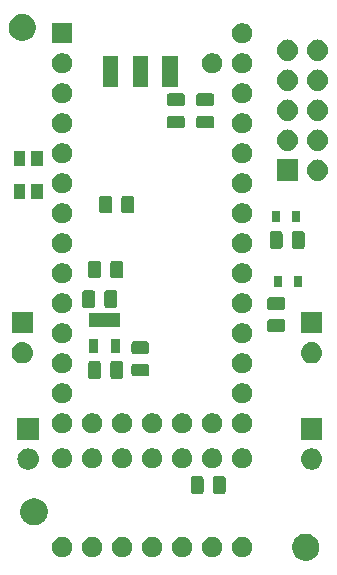
<source format=gts>
G04 #@! TF.GenerationSoftware,KiCad,Pcbnew,(5.1.0-0)*
G04 #@! TF.CreationDate,2019-10-12T10:13:56-07:00*
G04 #@! TF.ProjectId,BB-Mainboard-0,42422d4d-6169-46e6-926f-6172642d302e,rev?*
G04 #@! TF.SameCoordinates,Original*
G04 #@! TF.FileFunction,Soldermask,Top*
G04 #@! TF.FilePolarity,Negative*
%FSLAX46Y46*%
G04 Gerber Fmt 4.6, Leading zero omitted, Abs format (unit mm)*
G04 Created by KiCad (PCBNEW (5.1.0-0)) date 2019-10-12 10:13:56*
%MOMM*%
%LPD*%
G04 APERTURE LIST*
%ADD10C,0.100000*%
G04 APERTURE END LIST*
D10*
G36*
X133335675Y-76893424D02*
G01*
X133422425Y-76929357D01*
X133545108Y-76980174D01*
X133733592Y-77106115D01*
X133893885Y-77266408D01*
X134019826Y-77454892D01*
X134070643Y-77577575D01*
X134106576Y-77664325D01*
X134150800Y-77886655D01*
X134150800Y-78113345D01*
X134106576Y-78335675D01*
X134078687Y-78403005D01*
X134019826Y-78545108D01*
X133893885Y-78733592D01*
X133733592Y-78893885D01*
X133545108Y-79019826D01*
X133422425Y-79070643D01*
X133335675Y-79106576D01*
X133113345Y-79150800D01*
X132886655Y-79150800D01*
X132664325Y-79106576D01*
X132577575Y-79070643D01*
X132454892Y-79019826D01*
X132266408Y-78893885D01*
X132106115Y-78733592D01*
X131980174Y-78545108D01*
X131921313Y-78403005D01*
X131893424Y-78335675D01*
X131849200Y-78113345D01*
X131849200Y-77886655D01*
X131893424Y-77664325D01*
X131929357Y-77577575D01*
X131980174Y-77454892D01*
X132106115Y-77266408D01*
X132266408Y-77106115D01*
X132454892Y-76980174D01*
X132577575Y-76929357D01*
X132664325Y-76893424D01*
X132886655Y-76849200D01*
X133113345Y-76849200D01*
X133335675Y-76893424D01*
X133335675Y-76893424D01*
G37*
G36*
X125328169Y-77181895D02*
G01*
X125483005Y-77246031D01*
X125622354Y-77339140D01*
X125740860Y-77457646D01*
X125833969Y-77596995D01*
X125898105Y-77751831D01*
X125930800Y-77916203D01*
X125930800Y-78083797D01*
X125898105Y-78248169D01*
X125833969Y-78403005D01*
X125740860Y-78542354D01*
X125622354Y-78660860D01*
X125483005Y-78753969D01*
X125328169Y-78818105D01*
X125163797Y-78850800D01*
X124996203Y-78850800D01*
X124831831Y-78818105D01*
X124676995Y-78753969D01*
X124537646Y-78660860D01*
X124419140Y-78542354D01*
X124326031Y-78403005D01*
X124261895Y-78248169D01*
X124229200Y-78083797D01*
X124229200Y-77916203D01*
X124261895Y-77751831D01*
X124326031Y-77596995D01*
X124419140Y-77457646D01*
X124537646Y-77339140D01*
X124676995Y-77246031D01*
X124831831Y-77181895D01*
X124996203Y-77149200D01*
X125163797Y-77149200D01*
X125328169Y-77181895D01*
X125328169Y-77181895D01*
G37*
G36*
X122788169Y-77181895D02*
G01*
X122943005Y-77246031D01*
X123082354Y-77339140D01*
X123200860Y-77457646D01*
X123293969Y-77596995D01*
X123358105Y-77751831D01*
X123390800Y-77916203D01*
X123390800Y-78083797D01*
X123358105Y-78248169D01*
X123293969Y-78403005D01*
X123200860Y-78542354D01*
X123082354Y-78660860D01*
X122943005Y-78753969D01*
X122788169Y-78818105D01*
X122623797Y-78850800D01*
X122456203Y-78850800D01*
X122291831Y-78818105D01*
X122136995Y-78753969D01*
X121997646Y-78660860D01*
X121879140Y-78542354D01*
X121786031Y-78403005D01*
X121721895Y-78248169D01*
X121689200Y-78083797D01*
X121689200Y-77916203D01*
X121721895Y-77751831D01*
X121786031Y-77596995D01*
X121879140Y-77457646D01*
X121997646Y-77339140D01*
X122136995Y-77246031D01*
X122291831Y-77181895D01*
X122456203Y-77149200D01*
X122623797Y-77149200D01*
X122788169Y-77181895D01*
X122788169Y-77181895D01*
G37*
G36*
X120248169Y-77181895D02*
G01*
X120403005Y-77246031D01*
X120542354Y-77339140D01*
X120660860Y-77457646D01*
X120753969Y-77596995D01*
X120818105Y-77751831D01*
X120850800Y-77916203D01*
X120850800Y-78083797D01*
X120818105Y-78248169D01*
X120753969Y-78403005D01*
X120660860Y-78542354D01*
X120542354Y-78660860D01*
X120403005Y-78753969D01*
X120248169Y-78818105D01*
X120083797Y-78850800D01*
X119916203Y-78850800D01*
X119751831Y-78818105D01*
X119596995Y-78753969D01*
X119457646Y-78660860D01*
X119339140Y-78542354D01*
X119246031Y-78403005D01*
X119181895Y-78248169D01*
X119149200Y-78083797D01*
X119149200Y-77916203D01*
X119181895Y-77751831D01*
X119246031Y-77596995D01*
X119339140Y-77457646D01*
X119457646Y-77339140D01*
X119596995Y-77246031D01*
X119751831Y-77181895D01*
X119916203Y-77149200D01*
X120083797Y-77149200D01*
X120248169Y-77181895D01*
X120248169Y-77181895D01*
G37*
G36*
X117708169Y-77181895D02*
G01*
X117863005Y-77246031D01*
X118002354Y-77339140D01*
X118120860Y-77457646D01*
X118213969Y-77596995D01*
X118278105Y-77751831D01*
X118310800Y-77916203D01*
X118310800Y-78083797D01*
X118278105Y-78248169D01*
X118213969Y-78403005D01*
X118120860Y-78542354D01*
X118002354Y-78660860D01*
X117863005Y-78753969D01*
X117708169Y-78818105D01*
X117543797Y-78850800D01*
X117376203Y-78850800D01*
X117211831Y-78818105D01*
X117056995Y-78753969D01*
X116917646Y-78660860D01*
X116799140Y-78542354D01*
X116706031Y-78403005D01*
X116641895Y-78248169D01*
X116609200Y-78083797D01*
X116609200Y-77916203D01*
X116641895Y-77751831D01*
X116706031Y-77596995D01*
X116799140Y-77457646D01*
X116917646Y-77339140D01*
X117056995Y-77246031D01*
X117211831Y-77181895D01*
X117376203Y-77149200D01*
X117543797Y-77149200D01*
X117708169Y-77181895D01*
X117708169Y-77181895D01*
G37*
G36*
X115168169Y-77181895D02*
G01*
X115323005Y-77246031D01*
X115462354Y-77339140D01*
X115580860Y-77457646D01*
X115673969Y-77596995D01*
X115738105Y-77751831D01*
X115770800Y-77916203D01*
X115770800Y-78083797D01*
X115738105Y-78248169D01*
X115673969Y-78403005D01*
X115580860Y-78542354D01*
X115462354Y-78660860D01*
X115323005Y-78753969D01*
X115168169Y-78818105D01*
X115003797Y-78850800D01*
X114836203Y-78850800D01*
X114671831Y-78818105D01*
X114516995Y-78753969D01*
X114377646Y-78660860D01*
X114259140Y-78542354D01*
X114166031Y-78403005D01*
X114101895Y-78248169D01*
X114069200Y-78083797D01*
X114069200Y-77916203D01*
X114101895Y-77751831D01*
X114166031Y-77596995D01*
X114259140Y-77457646D01*
X114377646Y-77339140D01*
X114516995Y-77246031D01*
X114671831Y-77181895D01*
X114836203Y-77149200D01*
X115003797Y-77149200D01*
X115168169Y-77181895D01*
X115168169Y-77181895D01*
G37*
G36*
X112628169Y-77181895D02*
G01*
X112783005Y-77246031D01*
X112922354Y-77339140D01*
X113040860Y-77457646D01*
X113133969Y-77596995D01*
X113198105Y-77751831D01*
X113230800Y-77916203D01*
X113230800Y-78083797D01*
X113198105Y-78248169D01*
X113133969Y-78403005D01*
X113040860Y-78542354D01*
X112922354Y-78660860D01*
X112783005Y-78753969D01*
X112628169Y-78818105D01*
X112463797Y-78850800D01*
X112296203Y-78850800D01*
X112131831Y-78818105D01*
X111976995Y-78753969D01*
X111837646Y-78660860D01*
X111719140Y-78542354D01*
X111626031Y-78403005D01*
X111561895Y-78248169D01*
X111529200Y-78083797D01*
X111529200Y-77916203D01*
X111561895Y-77751831D01*
X111626031Y-77596995D01*
X111719140Y-77457646D01*
X111837646Y-77339140D01*
X111976995Y-77246031D01*
X112131831Y-77181895D01*
X112296203Y-77149200D01*
X112463797Y-77149200D01*
X112628169Y-77181895D01*
X112628169Y-77181895D01*
G37*
G36*
X127868169Y-77181895D02*
G01*
X128023005Y-77246031D01*
X128162354Y-77339140D01*
X128280860Y-77457646D01*
X128373969Y-77596995D01*
X128438105Y-77751831D01*
X128470800Y-77916203D01*
X128470800Y-78083797D01*
X128438105Y-78248169D01*
X128373969Y-78403005D01*
X128280860Y-78542354D01*
X128162354Y-78660860D01*
X128023005Y-78753969D01*
X127868169Y-78818105D01*
X127703797Y-78850800D01*
X127536203Y-78850800D01*
X127371831Y-78818105D01*
X127216995Y-78753969D01*
X127077646Y-78660860D01*
X126959140Y-78542354D01*
X126866031Y-78403005D01*
X126801895Y-78248169D01*
X126769200Y-78083797D01*
X126769200Y-77916203D01*
X126801895Y-77751831D01*
X126866031Y-77596995D01*
X126959140Y-77457646D01*
X127077646Y-77339140D01*
X127216995Y-77246031D01*
X127371831Y-77181895D01*
X127536203Y-77149200D01*
X127703797Y-77149200D01*
X127868169Y-77181895D01*
X127868169Y-77181895D01*
G37*
G36*
X110335675Y-73893424D02*
G01*
X110422425Y-73929357D01*
X110545108Y-73980174D01*
X110733592Y-74106115D01*
X110893885Y-74266408D01*
X111019826Y-74454892D01*
X111070643Y-74577575D01*
X111106576Y-74664325D01*
X111150800Y-74886655D01*
X111150800Y-75113345D01*
X111106576Y-75335675D01*
X111070643Y-75422425D01*
X111019826Y-75545108D01*
X110893885Y-75733592D01*
X110733592Y-75893885D01*
X110545108Y-76019826D01*
X110422425Y-76070643D01*
X110335675Y-76106576D01*
X110113345Y-76150800D01*
X109886655Y-76150800D01*
X109664325Y-76106576D01*
X109577575Y-76070643D01*
X109454892Y-76019826D01*
X109266408Y-75893885D01*
X109106115Y-75733592D01*
X108980174Y-75545108D01*
X108929357Y-75422425D01*
X108893424Y-75335675D01*
X108849200Y-75113345D01*
X108849200Y-74886655D01*
X108893424Y-74664325D01*
X108929357Y-74577575D01*
X108980174Y-74454892D01*
X109106115Y-74266408D01*
X109266408Y-74106115D01*
X109454892Y-73980174D01*
X109577575Y-73929357D01*
X109664325Y-73893424D01*
X109886655Y-73849200D01*
X110113345Y-73849200D01*
X110335675Y-73893424D01*
X110335675Y-73893424D01*
G37*
G36*
X126059348Y-72003764D02*
G01*
X126098000Y-72015489D01*
X126133623Y-72034530D01*
X126164846Y-72060154D01*
X126190470Y-72091377D01*
X126209511Y-72127000D01*
X126221236Y-72165652D01*
X126225800Y-72211991D01*
X126225800Y-73288009D01*
X126221236Y-73334348D01*
X126209511Y-73373000D01*
X126190470Y-73408623D01*
X126164846Y-73439846D01*
X126133623Y-73465470D01*
X126098000Y-73484511D01*
X126059348Y-73496236D01*
X126013009Y-73500800D01*
X125361991Y-73500800D01*
X125315652Y-73496236D01*
X125277000Y-73484511D01*
X125241377Y-73465470D01*
X125210154Y-73439846D01*
X125184530Y-73408623D01*
X125165489Y-73373000D01*
X125153764Y-73334348D01*
X125149200Y-73288009D01*
X125149200Y-72211991D01*
X125153764Y-72165652D01*
X125165489Y-72127000D01*
X125184530Y-72091377D01*
X125210154Y-72060154D01*
X125241377Y-72034530D01*
X125277000Y-72015489D01*
X125315652Y-72003764D01*
X125361991Y-71999200D01*
X126013009Y-71999200D01*
X126059348Y-72003764D01*
X126059348Y-72003764D01*
G37*
G36*
X124184348Y-72003764D02*
G01*
X124223000Y-72015489D01*
X124258623Y-72034530D01*
X124289846Y-72060154D01*
X124315470Y-72091377D01*
X124334511Y-72127000D01*
X124346236Y-72165652D01*
X124350800Y-72211991D01*
X124350800Y-73288009D01*
X124346236Y-73334348D01*
X124334511Y-73373000D01*
X124315470Y-73408623D01*
X124289846Y-73439846D01*
X124258623Y-73465470D01*
X124223000Y-73484511D01*
X124184348Y-73496236D01*
X124138009Y-73500800D01*
X123486991Y-73500800D01*
X123440652Y-73496236D01*
X123402000Y-73484511D01*
X123366377Y-73465470D01*
X123335154Y-73439846D01*
X123309530Y-73408623D01*
X123290489Y-73373000D01*
X123278764Y-73334348D01*
X123274200Y-73288009D01*
X123274200Y-72211991D01*
X123278764Y-72165652D01*
X123290489Y-72127000D01*
X123309530Y-72091377D01*
X123335154Y-72060154D01*
X123366377Y-72034530D01*
X123402000Y-72015489D01*
X123440652Y-72003764D01*
X123486991Y-71999200D01*
X124138009Y-71999200D01*
X124184348Y-72003764D01*
X124184348Y-72003764D01*
G37*
G36*
X133588362Y-69643545D02*
G01*
X133676588Y-69652234D01*
X133846389Y-69703743D01*
X133846392Y-69703744D01*
X134002878Y-69787388D01*
X134140044Y-69899956D01*
X134252612Y-70037122D01*
X134336256Y-70193608D01*
X134336257Y-70193611D01*
X134387766Y-70363412D01*
X134405158Y-70540000D01*
X134387766Y-70716588D01*
X134336257Y-70886389D01*
X134336256Y-70886392D01*
X134252612Y-71042878D01*
X134140044Y-71180044D01*
X134002878Y-71292612D01*
X133846392Y-71376256D01*
X133846389Y-71376257D01*
X133676588Y-71427766D01*
X133588362Y-71436455D01*
X133544250Y-71440800D01*
X133455750Y-71440800D01*
X133411638Y-71436455D01*
X133323412Y-71427766D01*
X133153611Y-71376257D01*
X133153608Y-71376256D01*
X132997122Y-71292612D01*
X132859956Y-71180044D01*
X132747388Y-71042878D01*
X132663744Y-70886392D01*
X132663743Y-70886389D01*
X132612234Y-70716588D01*
X132594842Y-70540000D01*
X132612234Y-70363412D01*
X132663743Y-70193611D01*
X132663744Y-70193608D01*
X132747388Y-70037122D01*
X132859956Y-69899956D01*
X132997122Y-69787388D01*
X133153608Y-69703744D01*
X133153611Y-69703743D01*
X133323412Y-69652234D01*
X133411638Y-69643545D01*
X133455750Y-69639200D01*
X133544250Y-69639200D01*
X133588362Y-69643545D01*
X133588362Y-69643545D01*
G37*
G36*
X109588362Y-69643545D02*
G01*
X109676588Y-69652234D01*
X109846389Y-69703743D01*
X109846392Y-69703744D01*
X110002878Y-69787388D01*
X110140044Y-69899956D01*
X110252612Y-70037122D01*
X110336256Y-70193608D01*
X110336257Y-70193611D01*
X110387766Y-70363412D01*
X110405158Y-70540000D01*
X110387766Y-70716588D01*
X110336257Y-70886389D01*
X110336256Y-70886392D01*
X110252612Y-71042878D01*
X110140044Y-71180044D01*
X110002878Y-71292612D01*
X109846392Y-71376256D01*
X109846389Y-71376257D01*
X109676588Y-71427766D01*
X109588362Y-71436455D01*
X109544250Y-71440800D01*
X109455750Y-71440800D01*
X109411638Y-71436455D01*
X109323412Y-71427766D01*
X109153611Y-71376257D01*
X109153608Y-71376256D01*
X108997122Y-71292612D01*
X108859956Y-71180044D01*
X108747388Y-71042878D01*
X108663744Y-70886392D01*
X108663743Y-70886389D01*
X108612234Y-70716588D01*
X108594842Y-70540000D01*
X108612234Y-70363412D01*
X108663743Y-70193611D01*
X108663744Y-70193608D01*
X108747388Y-70037122D01*
X108859956Y-69899956D01*
X108997122Y-69787388D01*
X109153608Y-69703744D01*
X109153611Y-69703743D01*
X109323412Y-69652234D01*
X109411638Y-69643545D01*
X109455750Y-69639200D01*
X109544250Y-69639200D01*
X109588362Y-69643545D01*
X109588362Y-69643545D01*
G37*
G36*
X125328169Y-69661895D02*
G01*
X125483005Y-69726031D01*
X125622354Y-69819140D01*
X125740860Y-69937646D01*
X125833969Y-70076995D01*
X125898105Y-70231831D01*
X125930800Y-70396203D01*
X125930800Y-70563797D01*
X125898105Y-70728169D01*
X125833969Y-70883005D01*
X125740860Y-71022354D01*
X125622354Y-71140860D01*
X125483005Y-71233969D01*
X125328169Y-71298105D01*
X125163797Y-71330800D01*
X124996203Y-71330800D01*
X124831831Y-71298105D01*
X124676995Y-71233969D01*
X124537646Y-71140860D01*
X124419140Y-71022354D01*
X124326031Y-70883005D01*
X124261895Y-70728169D01*
X124229200Y-70563797D01*
X124229200Y-70396203D01*
X124261895Y-70231831D01*
X124326031Y-70076995D01*
X124419140Y-69937646D01*
X124537646Y-69819140D01*
X124676995Y-69726031D01*
X124831831Y-69661895D01*
X124996203Y-69629200D01*
X125163797Y-69629200D01*
X125328169Y-69661895D01*
X125328169Y-69661895D01*
G37*
G36*
X115168169Y-69661895D02*
G01*
X115323005Y-69726031D01*
X115462354Y-69819140D01*
X115580860Y-69937646D01*
X115673969Y-70076995D01*
X115738105Y-70231831D01*
X115770800Y-70396203D01*
X115770800Y-70563797D01*
X115738105Y-70728169D01*
X115673969Y-70883005D01*
X115580860Y-71022354D01*
X115462354Y-71140860D01*
X115323005Y-71233969D01*
X115168169Y-71298105D01*
X115003797Y-71330800D01*
X114836203Y-71330800D01*
X114671831Y-71298105D01*
X114516995Y-71233969D01*
X114377646Y-71140860D01*
X114259140Y-71022354D01*
X114166031Y-70883005D01*
X114101895Y-70728169D01*
X114069200Y-70563797D01*
X114069200Y-70396203D01*
X114101895Y-70231831D01*
X114166031Y-70076995D01*
X114259140Y-69937646D01*
X114377646Y-69819140D01*
X114516995Y-69726031D01*
X114671831Y-69661895D01*
X114836203Y-69629200D01*
X115003797Y-69629200D01*
X115168169Y-69661895D01*
X115168169Y-69661895D01*
G37*
G36*
X127868169Y-69661895D02*
G01*
X128023005Y-69726031D01*
X128162354Y-69819140D01*
X128280860Y-69937646D01*
X128373969Y-70076995D01*
X128438105Y-70231831D01*
X128470800Y-70396203D01*
X128470800Y-70563797D01*
X128438105Y-70728169D01*
X128373969Y-70883005D01*
X128280860Y-71022354D01*
X128162354Y-71140860D01*
X128023005Y-71233969D01*
X127868169Y-71298105D01*
X127703797Y-71330800D01*
X127536203Y-71330800D01*
X127371831Y-71298105D01*
X127216995Y-71233969D01*
X127077646Y-71140860D01*
X126959140Y-71022354D01*
X126866031Y-70883005D01*
X126801895Y-70728169D01*
X126769200Y-70563797D01*
X126769200Y-70396203D01*
X126801895Y-70231831D01*
X126866031Y-70076995D01*
X126959140Y-69937646D01*
X127077646Y-69819140D01*
X127216995Y-69726031D01*
X127371831Y-69661895D01*
X127536203Y-69629200D01*
X127703797Y-69629200D01*
X127868169Y-69661895D01*
X127868169Y-69661895D01*
G37*
G36*
X122788169Y-69661895D02*
G01*
X122943005Y-69726031D01*
X123082354Y-69819140D01*
X123200860Y-69937646D01*
X123293969Y-70076995D01*
X123358105Y-70231831D01*
X123390800Y-70396203D01*
X123390800Y-70563797D01*
X123358105Y-70728169D01*
X123293969Y-70883005D01*
X123200860Y-71022354D01*
X123082354Y-71140860D01*
X122943005Y-71233969D01*
X122788169Y-71298105D01*
X122623797Y-71330800D01*
X122456203Y-71330800D01*
X122291831Y-71298105D01*
X122136995Y-71233969D01*
X121997646Y-71140860D01*
X121879140Y-71022354D01*
X121786031Y-70883005D01*
X121721895Y-70728169D01*
X121689200Y-70563797D01*
X121689200Y-70396203D01*
X121721895Y-70231831D01*
X121786031Y-70076995D01*
X121879140Y-69937646D01*
X121997646Y-69819140D01*
X122136995Y-69726031D01*
X122291831Y-69661895D01*
X122456203Y-69629200D01*
X122623797Y-69629200D01*
X122788169Y-69661895D01*
X122788169Y-69661895D01*
G37*
G36*
X120248169Y-69661895D02*
G01*
X120403005Y-69726031D01*
X120542354Y-69819140D01*
X120660860Y-69937646D01*
X120753969Y-70076995D01*
X120818105Y-70231831D01*
X120850800Y-70396203D01*
X120850800Y-70563797D01*
X120818105Y-70728169D01*
X120753969Y-70883005D01*
X120660860Y-71022354D01*
X120542354Y-71140860D01*
X120403005Y-71233969D01*
X120248169Y-71298105D01*
X120083797Y-71330800D01*
X119916203Y-71330800D01*
X119751831Y-71298105D01*
X119596995Y-71233969D01*
X119457646Y-71140860D01*
X119339140Y-71022354D01*
X119246031Y-70883005D01*
X119181895Y-70728169D01*
X119149200Y-70563797D01*
X119149200Y-70396203D01*
X119181895Y-70231831D01*
X119246031Y-70076995D01*
X119339140Y-69937646D01*
X119457646Y-69819140D01*
X119596995Y-69726031D01*
X119751831Y-69661895D01*
X119916203Y-69629200D01*
X120083797Y-69629200D01*
X120248169Y-69661895D01*
X120248169Y-69661895D01*
G37*
G36*
X117708169Y-69661895D02*
G01*
X117863005Y-69726031D01*
X118002354Y-69819140D01*
X118120860Y-69937646D01*
X118213969Y-70076995D01*
X118278105Y-70231831D01*
X118310800Y-70396203D01*
X118310800Y-70563797D01*
X118278105Y-70728169D01*
X118213969Y-70883005D01*
X118120860Y-71022354D01*
X118002354Y-71140860D01*
X117863005Y-71233969D01*
X117708169Y-71298105D01*
X117543797Y-71330800D01*
X117376203Y-71330800D01*
X117211831Y-71298105D01*
X117056995Y-71233969D01*
X116917646Y-71140860D01*
X116799140Y-71022354D01*
X116706031Y-70883005D01*
X116641895Y-70728169D01*
X116609200Y-70563797D01*
X116609200Y-70396203D01*
X116641895Y-70231831D01*
X116706031Y-70076995D01*
X116799140Y-69937646D01*
X116917646Y-69819140D01*
X117056995Y-69726031D01*
X117211831Y-69661895D01*
X117376203Y-69629200D01*
X117543797Y-69629200D01*
X117708169Y-69661895D01*
X117708169Y-69661895D01*
G37*
G36*
X112628169Y-69661895D02*
G01*
X112783005Y-69726031D01*
X112922354Y-69819140D01*
X113040860Y-69937646D01*
X113133969Y-70076995D01*
X113198105Y-70231831D01*
X113230800Y-70396203D01*
X113230800Y-70563797D01*
X113198105Y-70728169D01*
X113133969Y-70883005D01*
X113040860Y-71022354D01*
X112922354Y-71140860D01*
X112783005Y-71233969D01*
X112628169Y-71298105D01*
X112463797Y-71330800D01*
X112296203Y-71330800D01*
X112131831Y-71298105D01*
X111976995Y-71233969D01*
X111837646Y-71140860D01*
X111719140Y-71022354D01*
X111626031Y-70883005D01*
X111561895Y-70728169D01*
X111529200Y-70563797D01*
X111529200Y-70396203D01*
X111561895Y-70231831D01*
X111626031Y-70076995D01*
X111719140Y-69937646D01*
X111837646Y-69819140D01*
X111976995Y-69726031D01*
X112131831Y-69661895D01*
X112296203Y-69629200D01*
X112463797Y-69629200D01*
X112628169Y-69661895D01*
X112628169Y-69661895D01*
G37*
G36*
X110400800Y-68900800D02*
G01*
X108599200Y-68900800D01*
X108599200Y-67099200D01*
X110400800Y-67099200D01*
X110400800Y-68900800D01*
X110400800Y-68900800D01*
G37*
G36*
X134400800Y-68900800D02*
G01*
X132599200Y-68900800D01*
X132599200Y-67099200D01*
X134400800Y-67099200D01*
X134400800Y-68900800D01*
X134400800Y-68900800D01*
G37*
G36*
X115168169Y-66691895D02*
G01*
X115323005Y-66756031D01*
X115462354Y-66849140D01*
X115580860Y-66967646D01*
X115673969Y-67106995D01*
X115738105Y-67261831D01*
X115770800Y-67426203D01*
X115770800Y-67593797D01*
X115738105Y-67758169D01*
X115673969Y-67913005D01*
X115580860Y-68052354D01*
X115462354Y-68170860D01*
X115323005Y-68263969D01*
X115168169Y-68328105D01*
X115003797Y-68360800D01*
X114836203Y-68360800D01*
X114671831Y-68328105D01*
X114516995Y-68263969D01*
X114377646Y-68170860D01*
X114259140Y-68052354D01*
X114166031Y-67913005D01*
X114101895Y-67758169D01*
X114069200Y-67593797D01*
X114069200Y-67426203D01*
X114101895Y-67261831D01*
X114166031Y-67106995D01*
X114259140Y-66967646D01*
X114377646Y-66849140D01*
X114516995Y-66756031D01*
X114671831Y-66691895D01*
X114836203Y-66659200D01*
X115003797Y-66659200D01*
X115168169Y-66691895D01*
X115168169Y-66691895D01*
G37*
G36*
X120248169Y-66691895D02*
G01*
X120403005Y-66756031D01*
X120542354Y-66849140D01*
X120660860Y-66967646D01*
X120753969Y-67106995D01*
X120818105Y-67261831D01*
X120850800Y-67426203D01*
X120850800Y-67593797D01*
X120818105Y-67758169D01*
X120753969Y-67913005D01*
X120660860Y-68052354D01*
X120542354Y-68170860D01*
X120403005Y-68263969D01*
X120248169Y-68328105D01*
X120083797Y-68360800D01*
X119916203Y-68360800D01*
X119751831Y-68328105D01*
X119596995Y-68263969D01*
X119457646Y-68170860D01*
X119339140Y-68052354D01*
X119246031Y-67913005D01*
X119181895Y-67758169D01*
X119149200Y-67593797D01*
X119149200Y-67426203D01*
X119181895Y-67261831D01*
X119246031Y-67106995D01*
X119339140Y-66967646D01*
X119457646Y-66849140D01*
X119596995Y-66756031D01*
X119751831Y-66691895D01*
X119916203Y-66659200D01*
X120083797Y-66659200D01*
X120248169Y-66691895D01*
X120248169Y-66691895D01*
G37*
G36*
X122788169Y-66691895D02*
G01*
X122943005Y-66756031D01*
X123082354Y-66849140D01*
X123200860Y-66967646D01*
X123293969Y-67106995D01*
X123358105Y-67261831D01*
X123390800Y-67426203D01*
X123390800Y-67593797D01*
X123358105Y-67758169D01*
X123293969Y-67913005D01*
X123200860Y-68052354D01*
X123082354Y-68170860D01*
X122943005Y-68263969D01*
X122788169Y-68328105D01*
X122623797Y-68360800D01*
X122456203Y-68360800D01*
X122291831Y-68328105D01*
X122136995Y-68263969D01*
X121997646Y-68170860D01*
X121879140Y-68052354D01*
X121786031Y-67913005D01*
X121721895Y-67758169D01*
X121689200Y-67593797D01*
X121689200Y-67426203D01*
X121721895Y-67261831D01*
X121786031Y-67106995D01*
X121879140Y-66967646D01*
X121997646Y-66849140D01*
X122136995Y-66756031D01*
X122291831Y-66691895D01*
X122456203Y-66659200D01*
X122623797Y-66659200D01*
X122788169Y-66691895D01*
X122788169Y-66691895D01*
G37*
G36*
X125328169Y-66691895D02*
G01*
X125483005Y-66756031D01*
X125622354Y-66849140D01*
X125740860Y-66967646D01*
X125833969Y-67106995D01*
X125898105Y-67261831D01*
X125930800Y-67426203D01*
X125930800Y-67593797D01*
X125898105Y-67758169D01*
X125833969Y-67913005D01*
X125740860Y-68052354D01*
X125622354Y-68170860D01*
X125483005Y-68263969D01*
X125328169Y-68328105D01*
X125163797Y-68360800D01*
X124996203Y-68360800D01*
X124831831Y-68328105D01*
X124676995Y-68263969D01*
X124537646Y-68170860D01*
X124419140Y-68052354D01*
X124326031Y-67913005D01*
X124261895Y-67758169D01*
X124229200Y-67593797D01*
X124229200Y-67426203D01*
X124261895Y-67261831D01*
X124326031Y-67106995D01*
X124419140Y-66967646D01*
X124537646Y-66849140D01*
X124676995Y-66756031D01*
X124831831Y-66691895D01*
X124996203Y-66659200D01*
X125163797Y-66659200D01*
X125328169Y-66691895D01*
X125328169Y-66691895D01*
G37*
G36*
X112628169Y-66691895D02*
G01*
X112783005Y-66756031D01*
X112922354Y-66849140D01*
X113040860Y-66967646D01*
X113133969Y-67106995D01*
X113198105Y-67261831D01*
X113230800Y-67426203D01*
X113230800Y-67593797D01*
X113198105Y-67758169D01*
X113133969Y-67913005D01*
X113040860Y-68052354D01*
X112922354Y-68170860D01*
X112783005Y-68263969D01*
X112628169Y-68328105D01*
X112463797Y-68360800D01*
X112296203Y-68360800D01*
X112131831Y-68328105D01*
X111976995Y-68263969D01*
X111837646Y-68170860D01*
X111719140Y-68052354D01*
X111626031Y-67913005D01*
X111561895Y-67758169D01*
X111529200Y-67593797D01*
X111529200Y-67426203D01*
X111561895Y-67261831D01*
X111626031Y-67106995D01*
X111719140Y-66967646D01*
X111837646Y-66849140D01*
X111976995Y-66756031D01*
X112131831Y-66691895D01*
X112296203Y-66659200D01*
X112463797Y-66659200D01*
X112628169Y-66691895D01*
X112628169Y-66691895D01*
G37*
G36*
X127868169Y-66691895D02*
G01*
X128023005Y-66756031D01*
X128162354Y-66849140D01*
X128280860Y-66967646D01*
X128373969Y-67106995D01*
X128438105Y-67261831D01*
X128470800Y-67426203D01*
X128470800Y-67593797D01*
X128438105Y-67758169D01*
X128373969Y-67913005D01*
X128280860Y-68052354D01*
X128162354Y-68170860D01*
X128023005Y-68263969D01*
X127868169Y-68328105D01*
X127703797Y-68360800D01*
X127536203Y-68360800D01*
X127371831Y-68328105D01*
X127216995Y-68263969D01*
X127077646Y-68170860D01*
X126959140Y-68052354D01*
X126866031Y-67913005D01*
X126801895Y-67758169D01*
X126769200Y-67593797D01*
X126769200Y-67426203D01*
X126801895Y-67261831D01*
X126866031Y-67106995D01*
X126959140Y-66967646D01*
X127077646Y-66849140D01*
X127216995Y-66756031D01*
X127371831Y-66691895D01*
X127536203Y-66659200D01*
X127703797Y-66659200D01*
X127868169Y-66691895D01*
X127868169Y-66691895D01*
G37*
G36*
X117708169Y-66691895D02*
G01*
X117863005Y-66756031D01*
X118002354Y-66849140D01*
X118120860Y-66967646D01*
X118213969Y-67106995D01*
X118278105Y-67261831D01*
X118310800Y-67426203D01*
X118310800Y-67593797D01*
X118278105Y-67758169D01*
X118213969Y-67913005D01*
X118120860Y-68052354D01*
X118002354Y-68170860D01*
X117863005Y-68263969D01*
X117708169Y-68328105D01*
X117543797Y-68360800D01*
X117376203Y-68360800D01*
X117211831Y-68328105D01*
X117056995Y-68263969D01*
X116917646Y-68170860D01*
X116799140Y-68052354D01*
X116706031Y-67913005D01*
X116641895Y-67758169D01*
X116609200Y-67593797D01*
X116609200Y-67426203D01*
X116641895Y-67261831D01*
X116706031Y-67106995D01*
X116799140Y-66967646D01*
X116917646Y-66849140D01*
X117056995Y-66756031D01*
X117211831Y-66691895D01*
X117376203Y-66659200D01*
X117543797Y-66659200D01*
X117708169Y-66691895D01*
X117708169Y-66691895D01*
G37*
G36*
X127868169Y-64151895D02*
G01*
X128023005Y-64216031D01*
X128162354Y-64309140D01*
X128280860Y-64427646D01*
X128373969Y-64566995D01*
X128438105Y-64721831D01*
X128470800Y-64886203D01*
X128470800Y-65053797D01*
X128438105Y-65218169D01*
X128373969Y-65373005D01*
X128280860Y-65512354D01*
X128162354Y-65630860D01*
X128023005Y-65723969D01*
X127868169Y-65788105D01*
X127703797Y-65820800D01*
X127536203Y-65820800D01*
X127371831Y-65788105D01*
X127216995Y-65723969D01*
X127077646Y-65630860D01*
X126959140Y-65512354D01*
X126866031Y-65373005D01*
X126801895Y-65218169D01*
X126769200Y-65053797D01*
X126769200Y-64886203D01*
X126801895Y-64721831D01*
X126866031Y-64566995D01*
X126959140Y-64427646D01*
X127077646Y-64309140D01*
X127216995Y-64216031D01*
X127371831Y-64151895D01*
X127536203Y-64119200D01*
X127703797Y-64119200D01*
X127868169Y-64151895D01*
X127868169Y-64151895D01*
G37*
G36*
X112628169Y-64151895D02*
G01*
X112783005Y-64216031D01*
X112922354Y-64309140D01*
X113040860Y-64427646D01*
X113133969Y-64566995D01*
X113198105Y-64721831D01*
X113230800Y-64886203D01*
X113230800Y-65053797D01*
X113198105Y-65218169D01*
X113133969Y-65373005D01*
X113040860Y-65512354D01*
X112922354Y-65630860D01*
X112783005Y-65723969D01*
X112628169Y-65788105D01*
X112463797Y-65820800D01*
X112296203Y-65820800D01*
X112131831Y-65788105D01*
X111976995Y-65723969D01*
X111837646Y-65630860D01*
X111719140Y-65512354D01*
X111626031Y-65373005D01*
X111561895Y-65218169D01*
X111529200Y-65053797D01*
X111529200Y-64886203D01*
X111561895Y-64721831D01*
X111626031Y-64566995D01*
X111719140Y-64427646D01*
X111837646Y-64309140D01*
X111976995Y-64216031D01*
X112131831Y-64151895D01*
X112296203Y-64119200D01*
X112463797Y-64119200D01*
X112628169Y-64151895D01*
X112628169Y-64151895D01*
G37*
G36*
X115496848Y-62253764D02*
G01*
X115535500Y-62265489D01*
X115571123Y-62284530D01*
X115602346Y-62310154D01*
X115627970Y-62341377D01*
X115647011Y-62377000D01*
X115658736Y-62415652D01*
X115663300Y-62461991D01*
X115663300Y-63538009D01*
X115658736Y-63584348D01*
X115647011Y-63623000D01*
X115627970Y-63658623D01*
X115602346Y-63689846D01*
X115571123Y-63715470D01*
X115535500Y-63734511D01*
X115496848Y-63746236D01*
X115450509Y-63750800D01*
X114799491Y-63750800D01*
X114753152Y-63746236D01*
X114714500Y-63734511D01*
X114678877Y-63715470D01*
X114647654Y-63689846D01*
X114622030Y-63658623D01*
X114602989Y-63623000D01*
X114591264Y-63584348D01*
X114586700Y-63538009D01*
X114586700Y-62461991D01*
X114591264Y-62415652D01*
X114602989Y-62377000D01*
X114622030Y-62341377D01*
X114647654Y-62310154D01*
X114678877Y-62284530D01*
X114714500Y-62265489D01*
X114753152Y-62253764D01*
X114799491Y-62249200D01*
X115450509Y-62249200D01*
X115496848Y-62253764D01*
X115496848Y-62253764D01*
G37*
G36*
X117371848Y-62253764D02*
G01*
X117410500Y-62265489D01*
X117446123Y-62284530D01*
X117477346Y-62310154D01*
X117502970Y-62341377D01*
X117522011Y-62377000D01*
X117533736Y-62415652D01*
X117538300Y-62461991D01*
X117538300Y-63538009D01*
X117533736Y-63584348D01*
X117522011Y-63623000D01*
X117502970Y-63658623D01*
X117477346Y-63689846D01*
X117446123Y-63715470D01*
X117410500Y-63734511D01*
X117371848Y-63746236D01*
X117325509Y-63750800D01*
X116674491Y-63750800D01*
X116628152Y-63746236D01*
X116589500Y-63734511D01*
X116553877Y-63715470D01*
X116522654Y-63689846D01*
X116497030Y-63658623D01*
X116477989Y-63623000D01*
X116466264Y-63584348D01*
X116461700Y-63538009D01*
X116461700Y-62461991D01*
X116466264Y-62415652D01*
X116477989Y-62377000D01*
X116497030Y-62341377D01*
X116522654Y-62310154D01*
X116553877Y-62284530D01*
X116589500Y-62265489D01*
X116628152Y-62253764D01*
X116674491Y-62249200D01*
X117325509Y-62249200D01*
X117371848Y-62253764D01*
X117371848Y-62253764D01*
G37*
G36*
X119584348Y-62466264D02*
G01*
X119623000Y-62477989D01*
X119658623Y-62497030D01*
X119689846Y-62522654D01*
X119715470Y-62553877D01*
X119734511Y-62589500D01*
X119746236Y-62628152D01*
X119750800Y-62674491D01*
X119750800Y-63325509D01*
X119746236Y-63371848D01*
X119734511Y-63410500D01*
X119715470Y-63446123D01*
X119689846Y-63477346D01*
X119658623Y-63502970D01*
X119623000Y-63522011D01*
X119584348Y-63533736D01*
X119538009Y-63538300D01*
X118461991Y-63538300D01*
X118415652Y-63533736D01*
X118377000Y-63522011D01*
X118341377Y-63502970D01*
X118310154Y-63477346D01*
X118284530Y-63446123D01*
X118265489Y-63410500D01*
X118253764Y-63371848D01*
X118249200Y-63325509D01*
X118249200Y-62674491D01*
X118253764Y-62628152D01*
X118265489Y-62589500D01*
X118284530Y-62553877D01*
X118310154Y-62522654D01*
X118341377Y-62497030D01*
X118377000Y-62477989D01*
X118415652Y-62466264D01*
X118461991Y-62461700D01*
X119538009Y-62461700D01*
X119584348Y-62466264D01*
X119584348Y-62466264D01*
G37*
G36*
X112628169Y-61611895D02*
G01*
X112783005Y-61676031D01*
X112922354Y-61769140D01*
X113040860Y-61887646D01*
X113133969Y-62026995D01*
X113198105Y-62181831D01*
X113230800Y-62346203D01*
X113230800Y-62513797D01*
X113198105Y-62678169D01*
X113133969Y-62833005D01*
X113040860Y-62972354D01*
X112922354Y-63090860D01*
X112783005Y-63183969D01*
X112628169Y-63248105D01*
X112463797Y-63280800D01*
X112296203Y-63280800D01*
X112131831Y-63248105D01*
X111976995Y-63183969D01*
X111837646Y-63090860D01*
X111719140Y-62972354D01*
X111626031Y-62833005D01*
X111561895Y-62678169D01*
X111529200Y-62513797D01*
X111529200Y-62346203D01*
X111561895Y-62181831D01*
X111626031Y-62026995D01*
X111719140Y-61887646D01*
X111837646Y-61769140D01*
X111976995Y-61676031D01*
X112131831Y-61611895D01*
X112296203Y-61579200D01*
X112463797Y-61579200D01*
X112628169Y-61611895D01*
X112628169Y-61611895D01*
G37*
G36*
X127868169Y-61611895D02*
G01*
X128023005Y-61676031D01*
X128162354Y-61769140D01*
X128280860Y-61887646D01*
X128373969Y-62026995D01*
X128438105Y-62181831D01*
X128470800Y-62346203D01*
X128470800Y-62513797D01*
X128438105Y-62678169D01*
X128373969Y-62833005D01*
X128280860Y-62972354D01*
X128162354Y-63090860D01*
X128023005Y-63183969D01*
X127868169Y-63248105D01*
X127703797Y-63280800D01*
X127536203Y-63280800D01*
X127371831Y-63248105D01*
X127216995Y-63183969D01*
X127077646Y-63090860D01*
X126959140Y-62972354D01*
X126866031Y-62833005D01*
X126801895Y-62678169D01*
X126769200Y-62513797D01*
X126769200Y-62346203D01*
X126801895Y-62181831D01*
X126866031Y-62026995D01*
X126959140Y-61887646D01*
X127077646Y-61769140D01*
X127216995Y-61676031D01*
X127371831Y-61611895D01*
X127536203Y-61579200D01*
X127703797Y-61579200D01*
X127868169Y-61611895D01*
X127868169Y-61611895D01*
G37*
G36*
X109088362Y-60643545D02*
G01*
X109176588Y-60652234D01*
X109346389Y-60703743D01*
X109346392Y-60703744D01*
X109502878Y-60787388D01*
X109640044Y-60899956D01*
X109752612Y-61037122D01*
X109836256Y-61193608D01*
X109836257Y-61193611D01*
X109887766Y-61363412D01*
X109905158Y-61540000D01*
X109887766Y-61716588D01*
X109871824Y-61769140D01*
X109836256Y-61886392D01*
X109752612Y-62042878D01*
X109640044Y-62180044D01*
X109502878Y-62292612D01*
X109346392Y-62376256D01*
X109346389Y-62376257D01*
X109176588Y-62427766D01*
X109088362Y-62436455D01*
X109044250Y-62440800D01*
X108955750Y-62440800D01*
X108911638Y-62436455D01*
X108823412Y-62427766D01*
X108653611Y-62376257D01*
X108653608Y-62376256D01*
X108497122Y-62292612D01*
X108359956Y-62180044D01*
X108247388Y-62042878D01*
X108163744Y-61886392D01*
X108128176Y-61769140D01*
X108112234Y-61716588D01*
X108094842Y-61540000D01*
X108112234Y-61363412D01*
X108163743Y-61193611D01*
X108163744Y-61193608D01*
X108247388Y-61037122D01*
X108359956Y-60899956D01*
X108497122Y-60787388D01*
X108653608Y-60703744D01*
X108653611Y-60703743D01*
X108823412Y-60652234D01*
X108911638Y-60643545D01*
X108955750Y-60639200D01*
X109044250Y-60639200D01*
X109088362Y-60643545D01*
X109088362Y-60643545D01*
G37*
G36*
X133588362Y-60643545D02*
G01*
X133676588Y-60652234D01*
X133846389Y-60703743D01*
X133846392Y-60703744D01*
X134002878Y-60787388D01*
X134140044Y-60899956D01*
X134252612Y-61037122D01*
X134336256Y-61193608D01*
X134336257Y-61193611D01*
X134387766Y-61363412D01*
X134405158Y-61540000D01*
X134387766Y-61716588D01*
X134371824Y-61769140D01*
X134336256Y-61886392D01*
X134252612Y-62042878D01*
X134140044Y-62180044D01*
X134002878Y-62292612D01*
X133846392Y-62376256D01*
X133846389Y-62376257D01*
X133676588Y-62427766D01*
X133588362Y-62436455D01*
X133544250Y-62440800D01*
X133455750Y-62440800D01*
X133411638Y-62436455D01*
X133323412Y-62427766D01*
X133153611Y-62376257D01*
X133153608Y-62376256D01*
X132997122Y-62292612D01*
X132859956Y-62180044D01*
X132747388Y-62042878D01*
X132663744Y-61886392D01*
X132628176Y-61769140D01*
X132612234Y-61716588D01*
X132594842Y-61540000D01*
X132612234Y-61363412D01*
X132663743Y-61193611D01*
X132663744Y-61193608D01*
X132747388Y-61037122D01*
X132859956Y-60899956D01*
X132997122Y-60787388D01*
X133153608Y-60703744D01*
X133153611Y-60703743D01*
X133323412Y-60652234D01*
X133411638Y-60643545D01*
X133455750Y-60639200D01*
X133544250Y-60639200D01*
X133588362Y-60643545D01*
X133588362Y-60643545D01*
G37*
G36*
X119584348Y-60591264D02*
G01*
X119623000Y-60602989D01*
X119658623Y-60622030D01*
X119689846Y-60647654D01*
X119715470Y-60678877D01*
X119734511Y-60714500D01*
X119746236Y-60753152D01*
X119750800Y-60799491D01*
X119750800Y-61450509D01*
X119746236Y-61496848D01*
X119734511Y-61535500D01*
X119715470Y-61571123D01*
X119689846Y-61602346D01*
X119658623Y-61627970D01*
X119623000Y-61647011D01*
X119584348Y-61658736D01*
X119538009Y-61663300D01*
X118461991Y-61663300D01*
X118415652Y-61658736D01*
X118377000Y-61647011D01*
X118341377Y-61627970D01*
X118310154Y-61602346D01*
X118284530Y-61571123D01*
X118265489Y-61535500D01*
X118253764Y-61496848D01*
X118249200Y-61450509D01*
X118249200Y-60799491D01*
X118253764Y-60753152D01*
X118265489Y-60714500D01*
X118284530Y-60678877D01*
X118310154Y-60647654D01*
X118341377Y-60622030D01*
X118377000Y-60602989D01*
X118415652Y-60591264D01*
X118461991Y-60586700D01*
X119538009Y-60586700D01*
X119584348Y-60591264D01*
X119584348Y-60591264D01*
G37*
G36*
X115375800Y-61580800D02*
G01*
X114624200Y-61580800D01*
X114624200Y-60419200D01*
X115375800Y-60419200D01*
X115375800Y-61580800D01*
X115375800Y-61580800D01*
G37*
G36*
X117275800Y-61580800D02*
G01*
X116524200Y-61580800D01*
X116524200Y-60419200D01*
X117275800Y-60419200D01*
X117275800Y-61580800D01*
X117275800Y-61580800D01*
G37*
G36*
X112628169Y-59071895D02*
G01*
X112783005Y-59136031D01*
X112922354Y-59229140D01*
X113040860Y-59347646D01*
X113133969Y-59486995D01*
X113198105Y-59641831D01*
X113230800Y-59806203D01*
X113230800Y-59973797D01*
X113198105Y-60138169D01*
X113133969Y-60293005D01*
X113040860Y-60432354D01*
X112922354Y-60550860D01*
X112783005Y-60643969D01*
X112628169Y-60708105D01*
X112463797Y-60740800D01*
X112296203Y-60740800D01*
X112131831Y-60708105D01*
X111976995Y-60643969D01*
X111837646Y-60550860D01*
X111719140Y-60432354D01*
X111626031Y-60293005D01*
X111561895Y-60138169D01*
X111529200Y-59973797D01*
X111529200Y-59806203D01*
X111561895Y-59641831D01*
X111626031Y-59486995D01*
X111719140Y-59347646D01*
X111837646Y-59229140D01*
X111976995Y-59136031D01*
X112131831Y-59071895D01*
X112296203Y-59039200D01*
X112463797Y-59039200D01*
X112628169Y-59071895D01*
X112628169Y-59071895D01*
G37*
G36*
X127868169Y-59071895D02*
G01*
X128023005Y-59136031D01*
X128162354Y-59229140D01*
X128280860Y-59347646D01*
X128373969Y-59486995D01*
X128438105Y-59641831D01*
X128470800Y-59806203D01*
X128470800Y-59973797D01*
X128438105Y-60138169D01*
X128373969Y-60293005D01*
X128280860Y-60432354D01*
X128162354Y-60550860D01*
X128023005Y-60643969D01*
X127868169Y-60708105D01*
X127703797Y-60740800D01*
X127536203Y-60740800D01*
X127371831Y-60708105D01*
X127216995Y-60643969D01*
X127077646Y-60550860D01*
X126959140Y-60432354D01*
X126866031Y-60293005D01*
X126801895Y-60138169D01*
X126769200Y-59973797D01*
X126769200Y-59806203D01*
X126801895Y-59641831D01*
X126866031Y-59486995D01*
X126959140Y-59347646D01*
X127077646Y-59229140D01*
X127216995Y-59136031D01*
X127371831Y-59071895D01*
X127536203Y-59039200D01*
X127703797Y-59039200D01*
X127868169Y-59071895D01*
X127868169Y-59071895D01*
G37*
G36*
X134400800Y-59900800D02*
G01*
X132599200Y-59900800D01*
X132599200Y-58099200D01*
X134400800Y-58099200D01*
X134400800Y-59900800D01*
X134400800Y-59900800D01*
G37*
G36*
X109900800Y-59900800D02*
G01*
X108099200Y-59900800D01*
X108099200Y-58099200D01*
X109900800Y-58099200D01*
X109900800Y-59900800D01*
X109900800Y-59900800D01*
G37*
G36*
X131084348Y-58716263D02*
G01*
X131123000Y-58727988D01*
X131158623Y-58747029D01*
X131189846Y-58772653D01*
X131215470Y-58803876D01*
X131234511Y-58839499D01*
X131246236Y-58878151D01*
X131250800Y-58924490D01*
X131250800Y-59575508D01*
X131246236Y-59621847D01*
X131234511Y-59660499D01*
X131215470Y-59696122D01*
X131189846Y-59727345D01*
X131158623Y-59752969D01*
X131123000Y-59772010D01*
X131084348Y-59783735D01*
X131038009Y-59788299D01*
X129961991Y-59788299D01*
X129915652Y-59783735D01*
X129877000Y-59772010D01*
X129841377Y-59752969D01*
X129810154Y-59727345D01*
X129784530Y-59696122D01*
X129765489Y-59660499D01*
X129753764Y-59621847D01*
X129749200Y-59575508D01*
X129749200Y-58924490D01*
X129753764Y-58878151D01*
X129765489Y-58839499D01*
X129784530Y-58803876D01*
X129810154Y-58772653D01*
X129841377Y-58747029D01*
X129877000Y-58727988D01*
X129915652Y-58716263D01*
X129961991Y-58711699D01*
X131038009Y-58711699D01*
X131084348Y-58716263D01*
X131084348Y-58716263D01*
G37*
G36*
X117275800Y-59380800D02*
G01*
X114624200Y-59380800D01*
X114624200Y-58219200D01*
X117275800Y-58219200D01*
X117275800Y-59380800D01*
X117275800Y-59380800D01*
G37*
G36*
X112628169Y-56531895D02*
G01*
X112783005Y-56596031D01*
X112922354Y-56689140D01*
X113040860Y-56807646D01*
X113133969Y-56946995D01*
X113198105Y-57101831D01*
X113230800Y-57266203D01*
X113230800Y-57433797D01*
X113198105Y-57598169D01*
X113133969Y-57753005D01*
X113040860Y-57892354D01*
X112922354Y-58010860D01*
X112783005Y-58103969D01*
X112628169Y-58168105D01*
X112463797Y-58200800D01*
X112296203Y-58200800D01*
X112131831Y-58168105D01*
X111976995Y-58103969D01*
X111837646Y-58010860D01*
X111719140Y-57892354D01*
X111626031Y-57753005D01*
X111561895Y-57598169D01*
X111529200Y-57433797D01*
X111529200Y-57266203D01*
X111561895Y-57101831D01*
X111626031Y-56946995D01*
X111719140Y-56807646D01*
X111837646Y-56689140D01*
X111976995Y-56596031D01*
X112131831Y-56531895D01*
X112296203Y-56499200D01*
X112463797Y-56499200D01*
X112628169Y-56531895D01*
X112628169Y-56531895D01*
G37*
G36*
X127868169Y-56531895D02*
G01*
X128023005Y-56596031D01*
X128162354Y-56689140D01*
X128280860Y-56807646D01*
X128373969Y-56946995D01*
X128438105Y-57101831D01*
X128470800Y-57266203D01*
X128470800Y-57433797D01*
X128438105Y-57598169D01*
X128373969Y-57753005D01*
X128280860Y-57892354D01*
X128162354Y-58010860D01*
X128023005Y-58103969D01*
X127868169Y-58168105D01*
X127703797Y-58200800D01*
X127536203Y-58200800D01*
X127371831Y-58168105D01*
X127216995Y-58103969D01*
X127077646Y-58010860D01*
X126959140Y-57892354D01*
X126866031Y-57753005D01*
X126801895Y-57598169D01*
X126769200Y-57433797D01*
X126769200Y-57266203D01*
X126801895Y-57101831D01*
X126866031Y-56946995D01*
X126959140Y-56807646D01*
X127077646Y-56689140D01*
X127216995Y-56596031D01*
X127371831Y-56531895D01*
X127536203Y-56499200D01*
X127703797Y-56499200D01*
X127868169Y-56531895D01*
X127868169Y-56531895D01*
G37*
G36*
X131084348Y-56841263D02*
G01*
X131123000Y-56852988D01*
X131158623Y-56872029D01*
X131189846Y-56897653D01*
X131215470Y-56928876D01*
X131234511Y-56964499D01*
X131246236Y-57003151D01*
X131250800Y-57049490D01*
X131250800Y-57700508D01*
X131246236Y-57746847D01*
X131234511Y-57785499D01*
X131215470Y-57821122D01*
X131189846Y-57852345D01*
X131158623Y-57877969D01*
X131123000Y-57897010D01*
X131084348Y-57908735D01*
X131038009Y-57913299D01*
X129961991Y-57913299D01*
X129915652Y-57908735D01*
X129877000Y-57897010D01*
X129841377Y-57877969D01*
X129810154Y-57852345D01*
X129784530Y-57821122D01*
X129765489Y-57785499D01*
X129753764Y-57746847D01*
X129749200Y-57700508D01*
X129749200Y-57049490D01*
X129753764Y-57003151D01*
X129765489Y-56964499D01*
X129784530Y-56928876D01*
X129810154Y-56897653D01*
X129841377Y-56872029D01*
X129877000Y-56852988D01*
X129915652Y-56841263D01*
X129961991Y-56836699D01*
X131038009Y-56836699D01*
X131084348Y-56841263D01*
X131084348Y-56841263D01*
G37*
G36*
X116871848Y-56253764D02*
G01*
X116910500Y-56265489D01*
X116946123Y-56284530D01*
X116977346Y-56310154D01*
X117002970Y-56341377D01*
X117022011Y-56377000D01*
X117033736Y-56415652D01*
X117038300Y-56461991D01*
X117038300Y-57538009D01*
X117033736Y-57584348D01*
X117022011Y-57623000D01*
X117002970Y-57658623D01*
X116977346Y-57689846D01*
X116946123Y-57715470D01*
X116910500Y-57734511D01*
X116871848Y-57746236D01*
X116825509Y-57750800D01*
X116174491Y-57750800D01*
X116128152Y-57746236D01*
X116089500Y-57734511D01*
X116053877Y-57715470D01*
X116022654Y-57689846D01*
X115997030Y-57658623D01*
X115977989Y-57623000D01*
X115966264Y-57584348D01*
X115961700Y-57538009D01*
X115961700Y-56461991D01*
X115966264Y-56415652D01*
X115977989Y-56377000D01*
X115997030Y-56341377D01*
X116022654Y-56310154D01*
X116053877Y-56284530D01*
X116089500Y-56265489D01*
X116128152Y-56253764D01*
X116174491Y-56249200D01*
X116825509Y-56249200D01*
X116871848Y-56253764D01*
X116871848Y-56253764D01*
G37*
G36*
X114996848Y-56253764D02*
G01*
X115035500Y-56265489D01*
X115071123Y-56284530D01*
X115102346Y-56310154D01*
X115127970Y-56341377D01*
X115147011Y-56377000D01*
X115158736Y-56415652D01*
X115163300Y-56461991D01*
X115163300Y-57538009D01*
X115158736Y-57584348D01*
X115147011Y-57623000D01*
X115127970Y-57658623D01*
X115102346Y-57689846D01*
X115071123Y-57715470D01*
X115035500Y-57734511D01*
X114996848Y-57746236D01*
X114950509Y-57750800D01*
X114299491Y-57750800D01*
X114253152Y-57746236D01*
X114214500Y-57734511D01*
X114178877Y-57715470D01*
X114147654Y-57689846D01*
X114122030Y-57658623D01*
X114102989Y-57623000D01*
X114091264Y-57584348D01*
X114086700Y-57538009D01*
X114086700Y-56461991D01*
X114091264Y-56415652D01*
X114102989Y-56377000D01*
X114122030Y-56341377D01*
X114147654Y-56310154D01*
X114178877Y-56284530D01*
X114214500Y-56265489D01*
X114253152Y-56253764D01*
X114299491Y-56249200D01*
X114950509Y-56249200D01*
X114996848Y-56253764D01*
X114996848Y-56253764D01*
G37*
G36*
X131000800Y-55950800D02*
G01*
X130299200Y-55950800D01*
X130299200Y-55049200D01*
X131000800Y-55049200D01*
X131000800Y-55950800D01*
X131000800Y-55950800D01*
G37*
G36*
X132700800Y-55950800D02*
G01*
X131999200Y-55950800D01*
X131999200Y-55049200D01*
X132700800Y-55049200D01*
X132700800Y-55950800D01*
X132700800Y-55950800D01*
G37*
G36*
X112628169Y-53991895D02*
G01*
X112783005Y-54056031D01*
X112922354Y-54149140D01*
X113040860Y-54267646D01*
X113133969Y-54406995D01*
X113198105Y-54561831D01*
X113230800Y-54726203D01*
X113230800Y-54893797D01*
X113198105Y-55058169D01*
X113133969Y-55213005D01*
X113040860Y-55352354D01*
X112922354Y-55470860D01*
X112783005Y-55563969D01*
X112628169Y-55628105D01*
X112463797Y-55660800D01*
X112296203Y-55660800D01*
X112131831Y-55628105D01*
X111976995Y-55563969D01*
X111837646Y-55470860D01*
X111719140Y-55352354D01*
X111626031Y-55213005D01*
X111561895Y-55058169D01*
X111529200Y-54893797D01*
X111529200Y-54726203D01*
X111561895Y-54561831D01*
X111626031Y-54406995D01*
X111719140Y-54267646D01*
X111837646Y-54149140D01*
X111976995Y-54056031D01*
X112131831Y-53991895D01*
X112296203Y-53959200D01*
X112463797Y-53959200D01*
X112628169Y-53991895D01*
X112628169Y-53991895D01*
G37*
G36*
X127868169Y-53991895D02*
G01*
X128023005Y-54056031D01*
X128162354Y-54149140D01*
X128280860Y-54267646D01*
X128373969Y-54406995D01*
X128438105Y-54561831D01*
X128470800Y-54726203D01*
X128470800Y-54893797D01*
X128438105Y-55058169D01*
X128373969Y-55213005D01*
X128280860Y-55352354D01*
X128162354Y-55470860D01*
X128023005Y-55563969D01*
X127868169Y-55628105D01*
X127703797Y-55660800D01*
X127536203Y-55660800D01*
X127371831Y-55628105D01*
X127216995Y-55563969D01*
X127077646Y-55470860D01*
X126959140Y-55352354D01*
X126866031Y-55213005D01*
X126801895Y-55058169D01*
X126769200Y-54893797D01*
X126769200Y-54726203D01*
X126801895Y-54561831D01*
X126866031Y-54406995D01*
X126959140Y-54267646D01*
X127077646Y-54149140D01*
X127216995Y-54056031D01*
X127371831Y-53991895D01*
X127536203Y-53959200D01*
X127703797Y-53959200D01*
X127868169Y-53991895D01*
X127868169Y-53991895D01*
G37*
G36*
X117371848Y-53753764D02*
G01*
X117410500Y-53765489D01*
X117446123Y-53784530D01*
X117477346Y-53810154D01*
X117502970Y-53841377D01*
X117522011Y-53877000D01*
X117533736Y-53915652D01*
X117538300Y-53961991D01*
X117538300Y-55038009D01*
X117533736Y-55084348D01*
X117522011Y-55123000D01*
X117502970Y-55158623D01*
X117477346Y-55189846D01*
X117446123Y-55215470D01*
X117410500Y-55234511D01*
X117371848Y-55246236D01*
X117325509Y-55250800D01*
X116674491Y-55250800D01*
X116628152Y-55246236D01*
X116589500Y-55234511D01*
X116553877Y-55215470D01*
X116522654Y-55189846D01*
X116497030Y-55158623D01*
X116477989Y-55123000D01*
X116466264Y-55084348D01*
X116461700Y-55038009D01*
X116461700Y-53961991D01*
X116466264Y-53915652D01*
X116477989Y-53877000D01*
X116497030Y-53841377D01*
X116522654Y-53810154D01*
X116553877Y-53784530D01*
X116589500Y-53765489D01*
X116628152Y-53753764D01*
X116674491Y-53749200D01*
X117325509Y-53749200D01*
X117371848Y-53753764D01*
X117371848Y-53753764D01*
G37*
G36*
X115496848Y-53753764D02*
G01*
X115535500Y-53765489D01*
X115571123Y-53784530D01*
X115602346Y-53810154D01*
X115627970Y-53841377D01*
X115647011Y-53877000D01*
X115658736Y-53915652D01*
X115663300Y-53961991D01*
X115663300Y-55038009D01*
X115658736Y-55084348D01*
X115647011Y-55123000D01*
X115627970Y-55158623D01*
X115602346Y-55189846D01*
X115571123Y-55215470D01*
X115535500Y-55234511D01*
X115496848Y-55246236D01*
X115450509Y-55250800D01*
X114799491Y-55250800D01*
X114753152Y-55246236D01*
X114714500Y-55234511D01*
X114678877Y-55215470D01*
X114647654Y-55189846D01*
X114622030Y-55158623D01*
X114602989Y-55123000D01*
X114591264Y-55084348D01*
X114586700Y-55038009D01*
X114586700Y-53961991D01*
X114591264Y-53915652D01*
X114602989Y-53877000D01*
X114622030Y-53841377D01*
X114647654Y-53810154D01*
X114678877Y-53784530D01*
X114714500Y-53765489D01*
X114753152Y-53753764D01*
X114799491Y-53749200D01*
X115450509Y-53749200D01*
X115496848Y-53753764D01*
X115496848Y-53753764D01*
G37*
G36*
X127868169Y-51451895D02*
G01*
X128023005Y-51516031D01*
X128162354Y-51609140D01*
X128280860Y-51727646D01*
X128373969Y-51866995D01*
X128438105Y-52021831D01*
X128470800Y-52186203D01*
X128470800Y-52353797D01*
X128438105Y-52518169D01*
X128373969Y-52673005D01*
X128280860Y-52812354D01*
X128162354Y-52930860D01*
X128023005Y-53023969D01*
X127868169Y-53088105D01*
X127703797Y-53120800D01*
X127536203Y-53120800D01*
X127371831Y-53088105D01*
X127216995Y-53023969D01*
X127077646Y-52930860D01*
X126959140Y-52812354D01*
X126866031Y-52673005D01*
X126801895Y-52518169D01*
X126769200Y-52353797D01*
X126769200Y-52186203D01*
X126801895Y-52021831D01*
X126866031Y-51866995D01*
X126959140Y-51727646D01*
X127077646Y-51609140D01*
X127216995Y-51516031D01*
X127371831Y-51451895D01*
X127536203Y-51419200D01*
X127703797Y-51419200D01*
X127868169Y-51451895D01*
X127868169Y-51451895D01*
G37*
G36*
X112628169Y-51451895D02*
G01*
X112783005Y-51516031D01*
X112922354Y-51609140D01*
X113040860Y-51727646D01*
X113133969Y-51866995D01*
X113198105Y-52021831D01*
X113230800Y-52186203D01*
X113230800Y-52353797D01*
X113198105Y-52518169D01*
X113133969Y-52673005D01*
X113040860Y-52812354D01*
X112922354Y-52930860D01*
X112783005Y-53023969D01*
X112628169Y-53088105D01*
X112463797Y-53120800D01*
X112296203Y-53120800D01*
X112131831Y-53088105D01*
X111976995Y-53023969D01*
X111837646Y-52930860D01*
X111719140Y-52812354D01*
X111626031Y-52673005D01*
X111561895Y-52518169D01*
X111529200Y-52353797D01*
X111529200Y-52186203D01*
X111561895Y-52021831D01*
X111626031Y-51866995D01*
X111719140Y-51727646D01*
X111837646Y-51609140D01*
X111976995Y-51516031D01*
X112131831Y-51451895D01*
X112296203Y-51419200D01*
X112463797Y-51419200D01*
X112628169Y-51451895D01*
X112628169Y-51451895D01*
G37*
G36*
X132746848Y-51253764D02*
G01*
X132785500Y-51265489D01*
X132821123Y-51284530D01*
X132852346Y-51310154D01*
X132877970Y-51341377D01*
X132897011Y-51377000D01*
X132908736Y-51415652D01*
X132913300Y-51461991D01*
X132913300Y-52538009D01*
X132908736Y-52584348D01*
X132897011Y-52623000D01*
X132877970Y-52658623D01*
X132852346Y-52689846D01*
X132821123Y-52715470D01*
X132785500Y-52734511D01*
X132746848Y-52746236D01*
X132700509Y-52750800D01*
X132049491Y-52750800D01*
X132003152Y-52746236D01*
X131964500Y-52734511D01*
X131928877Y-52715470D01*
X131897654Y-52689846D01*
X131872030Y-52658623D01*
X131852989Y-52623000D01*
X131841264Y-52584348D01*
X131836700Y-52538009D01*
X131836700Y-51461991D01*
X131841264Y-51415652D01*
X131852989Y-51377000D01*
X131872030Y-51341377D01*
X131897654Y-51310154D01*
X131928877Y-51284530D01*
X131964500Y-51265489D01*
X132003152Y-51253764D01*
X132049491Y-51249200D01*
X132700509Y-51249200D01*
X132746848Y-51253764D01*
X132746848Y-51253764D01*
G37*
G36*
X130871848Y-51253764D02*
G01*
X130910500Y-51265489D01*
X130946123Y-51284530D01*
X130977346Y-51310154D01*
X131002970Y-51341377D01*
X131022011Y-51377000D01*
X131033736Y-51415652D01*
X131038300Y-51461991D01*
X131038300Y-52538009D01*
X131033736Y-52584348D01*
X131022011Y-52623000D01*
X131002970Y-52658623D01*
X130977346Y-52689846D01*
X130946123Y-52715470D01*
X130910500Y-52734511D01*
X130871848Y-52746236D01*
X130825509Y-52750800D01*
X130174491Y-52750800D01*
X130128152Y-52746236D01*
X130089500Y-52734511D01*
X130053877Y-52715470D01*
X130022654Y-52689846D01*
X129997030Y-52658623D01*
X129977989Y-52623000D01*
X129966264Y-52584348D01*
X129961700Y-52538009D01*
X129961700Y-51461991D01*
X129966264Y-51415652D01*
X129977989Y-51377000D01*
X129997030Y-51341377D01*
X130022654Y-51310154D01*
X130053877Y-51284530D01*
X130089500Y-51265489D01*
X130128152Y-51253764D01*
X130174491Y-51249200D01*
X130825509Y-51249200D01*
X130871848Y-51253764D01*
X130871848Y-51253764D01*
G37*
G36*
X127868169Y-48911895D02*
G01*
X128023005Y-48976031D01*
X128162354Y-49069140D01*
X128280860Y-49187646D01*
X128373969Y-49326995D01*
X128438105Y-49481831D01*
X128470800Y-49646203D01*
X128470800Y-49813797D01*
X128438105Y-49978169D01*
X128373969Y-50133005D01*
X128280860Y-50272354D01*
X128162354Y-50390860D01*
X128023005Y-50483969D01*
X127868169Y-50548105D01*
X127703797Y-50580800D01*
X127536203Y-50580800D01*
X127371831Y-50548105D01*
X127216995Y-50483969D01*
X127077646Y-50390860D01*
X126959140Y-50272354D01*
X126866031Y-50133005D01*
X126801895Y-49978169D01*
X126769200Y-49813797D01*
X126769200Y-49646203D01*
X126801895Y-49481831D01*
X126866031Y-49326995D01*
X126959140Y-49187646D01*
X127077646Y-49069140D01*
X127216995Y-48976031D01*
X127371831Y-48911895D01*
X127536203Y-48879200D01*
X127703797Y-48879200D01*
X127868169Y-48911895D01*
X127868169Y-48911895D01*
G37*
G36*
X112628169Y-48911895D02*
G01*
X112783005Y-48976031D01*
X112922354Y-49069140D01*
X113040860Y-49187646D01*
X113133969Y-49326995D01*
X113198105Y-49481831D01*
X113230800Y-49646203D01*
X113230800Y-49813797D01*
X113198105Y-49978169D01*
X113133969Y-50133005D01*
X113040860Y-50272354D01*
X112922354Y-50390860D01*
X112783005Y-50483969D01*
X112628169Y-50548105D01*
X112463797Y-50580800D01*
X112296203Y-50580800D01*
X112131831Y-50548105D01*
X111976995Y-50483969D01*
X111837646Y-50390860D01*
X111719140Y-50272354D01*
X111626031Y-50133005D01*
X111561895Y-49978169D01*
X111529200Y-49813797D01*
X111529200Y-49646203D01*
X111561895Y-49481831D01*
X111626031Y-49326995D01*
X111719140Y-49187646D01*
X111837646Y-49069140D01*
X111976995Y-48976031D01*
X112131831Y-48911895D01*
X112296203Y-48879200D01*
X112463797Y-48879200D01*
X112628169Y-48911895D01*
X112628169Y-48911895D01*
G37*
G36*
X132550800Y-50450800D02*
G01*
X131849200Y-50450800D01*
X131849200Y-49549200D01*
X132550800Y-49549200D01*
X132550800Y-50450800D01*
X132550800Y-50450800D01*
G37*
G36*
X130850800Y-50450800D02*
G01*
X130149200Y-50450800D01*
X130149200Y-49549200D01*
X130850800Y-49549200D01*
X130850800Y-50450800D01*
X130850800Y-50450800D01*
G37*
G36*
X118309348Y-48253764D02*
G01*
X118348000Y-48265489D01*
X118383623Y-48284530D01*
X118414846Y-48310154D01*
X118440470Y-48341377D01*
X118459511Y-48377000D01*
X118471236Y-48415652D01*
X118475800Y-48461991D01*
X118475800Y-49538009D01*
X118471236Y-49584348D01*
X118459511Y-49623000D01*
X118440470Y-49658623D01*
X118414846Y-49689846D01*
X118383623Y-49715470D01*
X118348000Y-49734511D01*
X118309348Y-49746236D01*
X118263009Y-49750800D01*
X117611991Y-49750800D01*
X117565652Y-49746236D01*
X117527000Y-49734511D01*
X117491377Y-49715470D01*
X117460154Y-49689846D01*
X117434530Y-49658623D01*
X117415489Y-49623000D01*
X117403764Y-49584348D01*
X117399200Y-49538009D01*
X117399200Y-48461991D01*
X117403764Y-48415652D01*
X117415489Y-48377000D01*
X117434530Y-48341377D01*
X117460154Y-48310154D01*
X117491377Y-48284530D01*
X117527000Y-48265489D01*
X117565652Y-48253764D01*
X117611991Y-48249200D01*
X118263009Y-48249200D01*
X118309348Y-48253764D01*
X118309348Y-48253764D01*
G37*
G36*
X116434348Y-48253764D02*
G01*
X116473000Y-48265489D01*
X116508623Y-48284530D01*
X116539846Y-48310154D01*
X116565470Y-48341377D01*
X116584511Y-48377000D01*
X116596236Y-48415652D01*
X116600800Y-48461991D01*
X116600800Y-49538009D01*
X116596236Y-49584348D01*
X116584511Y-49623000D01*
X116565470Y-49658623D01*
X116539846Y-49689846D01*
X116508623Y-49715470D01*
X116473000Y-49734511D01*
X116434348Y-49746236D01*
X116388009Y-49750800D01*
X115736991Y-49750800D01*
X115690652Y-49746236D01*
X115652000Y-49734511D01*
X115616377Y-49715470D01*
X115585154Y-49689846D01*
X115559530Y-49658623D01*
X115540489Y-49623000D01*
X115528764Y-49584348D01*
X115524200Y-49538009D01*
X115524200Y-48461991D01*
X115528764Y-48415652D01*
X115540489Y-48377000D01*
X115559530Y-48341377D01*
X115585154Y-48310154D01*
X115616377Y-48284530D01*
X115652000Y-48265489D01*
X115690652Y-48253764D01*
X115736991Y-48249200D01*
X116388009Y-48249200D01*
X116434348Y-48253764D01*
X116434348Y-48253764D01*
G37*
G36*
X110725800Y-48550800D02*
G01*
X109724200Y-48550800D01*
X109724200Y-47249200D01*
X110725800Y-47249200D01*
X110725800Y-48550800D01*
X110725800Y-48550800D01*
G37*
G36*
X109275800Y-48550800D02*
G01*
X108274200Y-48550800D01*
X108274200Y-47249200D01*
X109275800Y-47249200D01*
X109275800Y-48550800D01*
X109275800Y-48550800D01*
G37*
G36*
X127868169Y-46371895D02*
G01*
X128023005Y-46436031D01*
X128162354Y-46529140D01*
X128280860Y-46647646D01*
X128373969Y-46786995D01*
X128438105Y-46941831D01*
X128470800Y-47106203D01*
X128470800Y-47273797D01*
X128438105Y-47438169D01*
X128373969Y-47593005D01*
X128280860Y-47732354D01*
X128162354Y-47850860D01*
X128023005Y-47943969D01*
X127868169Y-48008105D01*
X127703797Y-48040800D01*
X127536203Y-48040800D01*
X127371831Y-48008105D01*
X127216995Y-47943969D01*
X127077646Y-47850860D01*
X126959140Y-47732354D01*
X126866031Y-47593005D01*
X126801895Y-47438169D01*
X126769200Y-47273797D01*
X126769200Y-47106203D01*
X126801895Y-46941831D01*
X126866031Y-46786995D01*
X126959140Y-46647646D01*
X127077646Y-46529140D01*
X127216995Y-46436031D01*
X127371831Y-46371895D01*
X127536203Y-46339200D01*
X127703797Y-46339200D01*
X127868169Y-46371895D01*
X127868169Y-46371895D01*
G37*
G36*
X112628169Y-46371895D02*
G01*
X112783005Y-46436031D01*
X112922354Y-46529140D01*
X113040860Y-46647646D01*
X113133969Y-46786995D01*
X113198105Y-46941831D01*
X113230800Y-47106203D01*
X113230800Y-47273797D01*
X113198105Y-47438169D01*
X113133969Y-47593005D01*
X113040860Y-47732354D01*
X112922354Y-47850860D01*
X112783005Y-47943969D01*
X112628169Y-48008105D01*
X112463797Y-48040800D01*
X112296203Y-48040800D01*
X112131831Y-48008105D01*
X111976995Y-47943969D01*
X111837646Y-47850860D01*
X111719140Y-47732354D01*
X111626031Y-47593005D01*
X111561895Y-47438169D01*
X111529200Y-47273797D01*
X111529200Y-47106203D01*
X111561895Y-46941831D01*
X111626031Y-46786995D01*
X111719140Y-46647646D01*
X111837646Y-46529140D01*
X111976995Y-46436031D01*
X112131831Y-46371895D01*
X112296203Y-46339200D01*
X112463797Y-46339200D01*
X112628169Y-46371895D01*
X112628169Y-46371895D01*
G37*
G36*
X132360800Y-46980800D02*
G01*
X130559200Y-46980800D01*
X130559200Y-45179200D01*
X132360800Y-45179200D01*
X132360800Y-46980800D01*
X132360800Y-46980800D01*
G37*
G36*
X134088362Y-45183545D02*
G01*
X134176588Y-45192234D01*
X134346389Y-45243743D01*
X134346392Y-45243744D01*
X134502878Y-45327388D01*
X134640044Y-45439956D01*
X134752612Y-45577122D01*
X134836256Y-45733608D01*
X134836257Y-45733611D01*
X134887766Y-45903412D01*
X134905158Y-46080000D01*
X134887766Y-46256588D01*
X134852787Y-46371896D01*
X134836256Y-46426392D01*
X134752612Y-46582878D01*
X134640044Y-46720044D01*
X134502878Y-46832612D01*
X134346392Y-46916256D01*
X134346389Y-46916257D01*
X134176588Y-46967766D01*
X134088362Y-46976455D01*
X134044250Y-46980800D01*
X133955750Y-46980800D01*
X133911638Y-46976455D01*
X133823412Y-46967766D01*
X133653611Y-46916257D01*
X133653608Y-46916256D01*
X133497122Y-46832612D01*
X133359956Y-46720044D01*
X133247388Y-46582878D01*
X133163744Y-46426392D01*
X133147213Y-46371896D01*
X133112234Y-46256588D01*
X133094842Y-46080000D01*
X133112234Y-45903412D01*
X133163743Y-45733611D01*
X133163744Y-45733608D01*
X133247388Y-45577122D01*
X133359956Y-45439956D01*
X133497122Y-45327388D01*
X133653608Y-45243744D01*
X133653611Y-45243743D01*
X133823412Y-45192234D01*
X133911638Y-45183545D01*
X133955750Y-45179200D01*
X134044250Y-45179200D01*
X134088362Y-45183545D01*
X134088362Y-45183545D01*
G37*
G36*
X109275800Y-45750800D02*
G01*
X108274200Y-45750800D01*
X108274200Y-44449200D01*
X109275800Y-44449200D01*
X109275800Y-45750800D01*
X109275800Y-45750800D01*
G37*
G36*
X110725800Y-45750800D02*
G01*
X109724200Y-45750800D01*
X109724200Y-44449200D01*
X110725800Y-44449200D01*
X110725800Y-45750800D01*
X110725800Y-45750800D01*
G37*
G36*
X112628169Y-43831895D02*
G01*
X112783005Y-43896031D01*
X112922354Y-43989140D01*
X113040860Y-44107646D01*
X113133969Y-44246995D01*
X113198105Y-44401831D01*
X113230800Y-44566203D01*
X113230800Y-44733797D01*
X113198105Y-44898169D01*
X113133969Y-45053005D01*
X113040860Y-45192354D01*
X112922354Y-45310860D01*
X112783005Y-45403969D01*
X112628169Y-45468105D01*
X112463797Y-45500800D01*
X112296203Y-45500800D01*
X112131831Y-45468105D01*
X111976995Y-45403969D01*
X111837646Y-45310860D01*
X111719140Y-45192354D01*
X111626031Y-45053005D01*
X111561895Y-44898169D01*
X111529200Y-44733797D01*
X111529200Y-44566203D01*
X111561895Y-44401831D01*
X111626031Y-44246995D01*
X111719140Y-44107646D01*
X111837646Y-43989140D01*
X111976995Y-43896031D01*
X112131831Y-43831895D01*
X112296203Y-43799200D01*
X112463797Y-43799200D01*
X112628169Y-43831895D01*
X112628169Y-43831895D01*
G37*
G36*
X127868169Y-43831895D02*
G01*
X128023005Y-43896031D01*
X128162354Y-43989140D01*
X128280860Y-44107646D01*
X128373969Y-44246995D01*
X128438105Y-44401831D01*
X128470800Y-44566203D01*
X128470800Y-44733797D01*
X128438105Y-44898169D01*
X128373969Y-45053005D01*
X128280860Y-45192354D01*
X128162354Y-45310860D01*
X128023005Y-45403969D01*
X127868169Y-45468105D01*
X127703797Y-45500800D01*
X127536203Y-45500800D01*
X127371831Y-45468105D01*
X127216995Y-45403969D01*
X127077646Y-45310860D01*
X126959140Y-45192354D01*
X126866031Y-45053005D01*
X126801895Y-44898169D01*
X126769200Y-44733797D01*
X126769200Y-44566203D01*
X126801895Y-44401831D01*
X126866031Y-44246995D01*
X126959140Y-44107646D01*
X127077646Y-43989140D01*
X127216995Y-43896031D01*
X127371831Y-43831895D01*
X127536203Y-43799200D01*
X127703797Y-43799200D01*
X127868169Y-43831895D01*
X127868169Y-43831895D01*
G37*
G36*
X134088362Y-42643545D02*
G01*
X134176588Y-42652234D01*
X134346389Y-42703743D01*
X134346392Y-42703744D01*
X134502878Y-42787388D01*
X134640044Y-42899956D01*
X134752612Y-43037122D01*
X134836256Y-43193608D01*
X134836257Y-43193611D01*
X134887766Y-43363412D01*
X134905158Y-43540000D01*
X134887766Y-43716588D01*
X134852787Y-43831896D01*
X134836256Y-43886392D01*
X134752612Y-44042878D01*
X134640044Y-44180044D01*
X134502878Y-44292612D01*
X134346392Y-44376256D01*
X134346389Y-44376257D01*
X134176588Y-44427766D01*
X134088362Y-44436455D01*
X134044250Y-44440800D01*
X133955750Y-44440800D01*
X133911638Y-44436455D01*
X133823412Y-44427766D01*
X133653611Y-44376257D01*
X133653608Y-44376256D01*
X133497122Y-44292612D01*
X133359956Y-44180044D01*
X133247388Y-44042878D01*
X133163744Y-43886392D01*
X133147213Y-43831896D01*
X133112234Y-43716588D01*
X133094842Y-43540000D01*
X133112234Y-43363412D01*
X133163743Y-43193611D01*
X133163744Y-43193608D01*
X133247388Y-43037122D01*
X133359956Y-42899956D01*
X133497122Y-42787388D01*
X133653608Y-42703744D01*
X133653611Y-42703743D01*
X133823412Y-42652234D01*
X133911638Y-42643545D01*
X133955750Y-42639200D01*
X134044250Y-42639200D01*
X134088362Y-42643545D01*
X134088362Y-42643545D01*
G37*
G36*
X131548362Y-42643545D02*
G01*
X131636588Y-42652234D01*
X131806389Y-42703743D01*
X131806392Y-42703744D01*
X131962878Y-42787388D01*
X132100044Y-42899956D01*
X132212612Y-43037122D01*
X132296256Y-43193608D01*
X132296257Y-43193611D01*
X132347766Y-43363412D01*
X132365158Y-43540000D01*
X132347766Y-43716588D01*
X132312787Y-43831896D01*
X132296256Y-43886392D01*
X132212612Y-44042878D01*
X132100044Y-44180044D01*
X131962878Y-44292612D01*
X131806392Y-44376256D01*
X131806389Y-44376257D01*
X131636588Y-44427766D01*
X131548362Y-44436455D01*
X131504250Y-44440800D01*
X131415750Y-44440800D01*
X131371638Y-44436455D01*
X131283412Y-44427766D01*
X131113611Y-44376257D01*
X131113608Y-44376256D01*
X130957122Y-44292612D01*
X130819956Y-44180044D01*
X130707388Y-44042878D01*
X130623744Y-43886392D01*
X130607213Y-43831896D01*
X130572234Y-43716588D01*
X130554842Y-43540000D01*
X130572234Y-43363412D01*
X130623743Y-43193611D01*
X130623744Y-43193608D01*
X130707388Y-43037122D01*
X130819956Y-42899956D01*
X130957122Y-42787388D01*
X131113608Y-42703744D01*
X131113611Y-42703743D01*
X131283412Y-42652234D01*
X131371638Y-42643545D01*
X131415750Y-42639200D01*
X131504250Y-42639200D01*
X131548362Y-42643545D01*
X131548362Y-42643545D01*
G37*
G36*
X127868169Y-41291895D02*
G01*
X128023005Y-41356031D01*
X128162354Y-41449140D01*
X128280860Y-41567646D01*
X128373969Y-41706995D01*
X128438105Y-41861831D01*
X128470800Y-42026203D01*
X128470800Y-42193797D01*
X128438105Y-42358169D01*
X128373969Y-42513005D01*
X128280860Y-42652354D01*
X128162354Y-42770860D01*
X128023005Y-42863969D01*
X127868169Y-42928105D01*
X127703797Y-42960800D01*
X127536203Y-42960800D01*
X127371831Y-42928105D01*
X127216995Y-42863969D01*
X127077646Y-42770860D01*
X126959140Y-42652354D01*
X126866031Y-42513005D01*
X126801895Y-42358169D01*
X126769200Y-42193797D01*
X126769200Y-42026203D01*
X126801895Y-41861831D01*
X126866031Y-41706995D01*
X126959140Y-41567646D01*
X127077646Y-41449140D01*
X127216995Y-41356031D01*
X127371831Y-41291895D01*
X127536203Y-41259200D01*
X127703797Y-41259200D01*
X127868169Y-41291895D01*
X127868169Y-41291895D01*
G37*
G36*
X112628169Y-41291895D02*
G01*
X112783005Y-41356031D01*
X112922354Y-41449140D01*
X113040860Y-41567646D01*
X113133969Y-41706995D01*
X113198105Y-41861831D01*
X113230800Y-42026203D01*
X113230800Y-42193797D01*
X113198105Y-42358169D01*
X113133969Y-42513005D01*
X113040860Y-42652354D01*
X112922354Y-42770860D01*
X112783005Y-42863969D01*
X112628169Y-42928105D01*
X112463797Y-42960800D01*
X112296203Y-42960800D01*
X112131831Y-42928105D01*
X111976995Y-42863969D01*
X111837646Y-42770860D01*
X111719140Y-42652354D01*
X111626031Y-42513005D01*
X111561895Y-42358169D01*
X111529200Y-42193797D01*
X111529200Y-42026203D01*
X111561895Y-41861831D01*
X111626031Y-41706995D01*
X111719140Y-41567646D01*
X111837646Y-41449140D01*
X111976995Y-41356031D01*
X112131831Y-41291895D01*
X112296203Y-41259200D01*
X112463797Y-41259200D01*
X112628169Y-41291895D01*
X112628169Y-41291895D01*
G37*
G36*
X125084348Y-41466264D02*
G01*
X125123000Y-41477989D01*
X125158623Y-41497030D01*
X125189846Y-41522654D01*
X125215470Y-41553877D01*
X125234511Y-41589500D01*
X125246236Y-41628152D01*
X125250800Y-41674491D01*
X125250800Y-42325509D01*
X125246236Y-42371848D01*
X125234511Y-42410500D01*
X125215470Y-42446123D01*
X125189846Y-42477346D01*
X125158623Y-42502970D01*
X125123000Y-42522011D01*
X125084348Y-42533736D01*
X125038009Y-42538300D01*
X123961991Y-42538300D01*
X123915652Y-42533736D01*
X123877000Y-42522011D01*
X123841377Y-42502970D01*
X123810154Y-42477346D01*
X123784530Y-42446123D01*
X123765489Y-42410500D01*
X123753764Y-42371848D01*
X123749200Y-42325509D01*
X123749200Y-41674491D01*
X123753764Y-41628152D01*
X123765489Y-41589500D01*
X123784530Y-41553877D01*
X123810154Y-41522654D01*
X123841377Y-41497030D01*
X123877000Y-41477989D01*
X123915652Y-41466264D01*
X123961991Y-41461700D01*
X125038009Y-41461700D01*
X125084348Y-41466264D01*
X125084348Y-41466264D01*
G37*
G36*
X122584348Y-41466264D02*
G01*
X122623000Y-41477989D01*
X122658623Y-41497030D01*
X122689846Y-41522654D01*
X122715470Y-41553877D01*
X122734511Y-41589500D01*
X122746236Y-41628152D01*
X122750800Y-41674491D01*
X122750800Y-42325509D01*
X122746236Y-42371848D01*
X122734511Y-42410500D01*
X122715470Y-42446123D01*
X122689846Y-42477346D01*
X122658623Y-42502970D01*
X122623000Y-42522011D01*
X122584348Y-42533736D01*
X122538009Y-42538300D01*
X121461991Y-42538300D01*
X121415652Y-42533736D01*
X121377000Y-42522011D01*
X121341377Y-42502970D01*
X121310154Y-42477346D01*
X121284530Y-42446123D01*
X121265489Y-42410500D01*
X121253764Y-42371848D01*
X121249200Y-42325509D01*
X121249200Y-41674491D01*
X121253764Y-41628152D01*
X121265489Y-41589500D01*
X121284530Y-41553877D01*
X121310154Y-41522654D01*
X121341377Y-41497030D01*
X121377000Y-41477989D01*
X121415652Y-41466264D01*
X121461991Y-41461700D01*
X122538009Y-41461700D01*
X122584348Y-41466264D01*
X122584348Y-41466264D01*
G37*
G36*
X134088362Y-40103545D02*
G01*
X134176588Y-40112234D01*
X134346389Y-40163743D01*
X134346392Y-40163744D01*
X134502878Y-40247388D01*
X134640044Y-40359956D01*
X134752612Y-40497122D01*
X134836256Y-40653608D01*
X134836257Y-40653611D01*
X134887766Y-40823412D01*
X134905158Y-41000000D01*
X134887766Y-41176588D01*
X134852787Y-41291896D01*
X134836256Y-41346392D01*
X134752612Y-41502878D01*
X134640044Y-41640044D01*
X134502878Y-41752612D01*
X134346392Y-41836256D01*
X134346389Y-41836257D01*
X134176588Y-41887766D01*
X134088362Y-41896455D01*
X134044250Y-41900800D01*
X133955750Y-41900800D01*
X133911638Y-41896455D01*
X133823412Y-41887766D01*
X133653611Y-41836257D01*
X133653608Y-41836256D01*
X133497122Y-41752612D01*
X133359956Y-41640044D01*
X133247388Y-41502878D01*
X133163744Y-41346392D01*
X133147213Y-41291896D01*
X133112234Y-41176588D01*
X133094842Y-41000000D01*
X133112234Y-40823412D01*
X133163743Y-40653611D01*
X133163744Y-40653608D01*
X133247388Y-40497122D01*
X133359956Y-40359956D01*
X133497122Y-40247388D01*
X133653608Y-40163744D01*
X133653611Y-40163743D01*
X133823412Y-40112234D01*
X133911638Y-40103545D01*
X133955750Y-40099200D01*
X134044250Y-40099200D01*
X134088362Y-40103545D01*
X134088362Y-40103545D01*
G37*
G36*
X131548362Y-40103545D02*
G01*
X131636588Y-40112234D01*
X131806389Y-40163743D01*
X131806392Y-40163744D01*
X131962878Y-40247388D01*
X132100044Y-40359956D01*
X132212612Y-40497122D01*
X132296256Y-40653608D01*
X132296257Y-40653611D01*
X132347766Y-40823412D01*
X132365158Y-41000000D01*
X132347766Y-41176588D01*
X132312787Y-41291896D01*
X132296256Y-41346392D01*
X132212612Y-41502878D01*
X132100044Y-41640044D01*
X131962878Y-41752612D01*
X131806392Y-41836256D01*
X131806389Y-41836257D01*
X131636588Y-41887766D01*
X131548362Y-41896455D01*
X131504250Y-41900800D01*
X131415750Y-41900800D01*
X131371638Y-41896455D01*
X131283412Y-41887766D01*
X131113611Y-41836257D01*
X131113608Y-41836256D01*
X130957122Y-41752612D01*
X130819956Y-41640044D01*
X130707388Y-41502878D01*
X130623744Y-41346392D01*
X130607213Y-41291896D01*
X130572234Y-41176588D01*
X130554842Y-41000000D01*
X130572234Y-40823412D01*
X130623743Y-40653611D01*
X130623744Y-40653608D01*
X130707388Y-40497122D01*
X130819956Y-40359956D01*
X130957122Y-40247388D01*
X131113608Y-40163744D01*
X131113611Y-40163743D01*
X131283412Y-40112234D01*
X131371638Y-40103545D01*
X131415750Y-40099200D01*
X131504250Y-40099200D01*
X131548362Y-40103545D01*
X131548362Y-40103545D01*
G37*
G36*
X122584348Y-39591264D02*
G01*
X122623000Y-39602989D01*
X122658623Y-39622030D01*
X122689846Y-39647654D01*
X122715470Y-39678877D01*
X122734511Y-39714500D01*
X122746236Y-39753152D01*
X122750800Y-39799491D01*
X122750800Y-40450509D01*
X122746236Y-40496848D01*
X122734511Y-40535500D01*
X122715470Y-40571123D01*
X122689846Y-40602346D01*
X122658623Y-40627970D01*
X122623000Y-40647011D01*
X122584348Y-40658736D01*
X122538009Y-40663300D01*
X121461991Y-40663300D01*
X121415652Y-40658736D01*
X121377000Y-40647011D01*
X121341377Y-40627970D01*
X121310154Y-40602346D01*
X121284530Y-40571123D01*
X121265489Y-40535500D01*
X121253764Y-40496848D01*
X121249200Y-40450509D01*
X121249200Y-39799491D01*
X121253764Y-39753152D01*
X121265489Y-39714500D01*
X121284530Y-39678877D01*
X121310154Y-39647654D01*
X121341377Y-39622030D01*
X121377000Y-39602989D01*
X121415652Y-39591264D01*
X121461991Y-39586700D01*
X122538009Y-39586700D01*
X122584348Y-39591264D01*
X122584348Y-39591264D01*
G37*
G36*
X125084348Y-39591264D02*
G01*
X125123000Y-39602989D01*
X125158623Y-39622030D01*
X125189846Y-39647654D01*
X125215470Y-39678877D01*
X125234511Y-39714500D01*
X125246236Y-39753152D01*
X125250800Y-39799491D01*
X125250800Y-40450509D01*
X125246236Y-40496848D01*
X125234511Y-40535500D01*
X125215470Y-40571123D01*
X125189846Y-40602346D01*
X125158623Y-40627970D01*
X125123000Y-40647011D01*
X125084348Y-40658736D01*
X125038009Y-40663300D01*
X123961991Y-40663300D01*
X123915652Y-40658736D01*
X123877000Y-40647011D01*
X123841377Y-40627970D01*
X123810154Y-40602346D01*
X123784530Y-40571123D01*
X123765489Y-40535500D01*
X123753764Y-40496848D01*
X123749200Y-40450509D01*
X123749200Y-39799491D01*
X123753764Y-39753152D01*
X123765489Y-39714500D01*
X123784530Y-39678877D01*
X123810154Y-39647654D01*
X123841377Y-39622030D01*
X123877000Y-39602989D01*
X123915652Y-39591264D01*
X123961991Y-39586700D01*
X125038009Y-39586700D01*
X125084348Y-39591264D01*
X125084348Y-39591264D01*
G37*
G36*
X112628169Y-38751895D02*
G01*
X112783005Y-38816031D01*
X112922354Y-38909140D01*
X113040860Y-39027646D01*
X113133969Y-39166995D01*
X113198105Y-39321831D01*
X113230800Y-39486203D01*
X113230800Y-39653797D01*
X113198105Y-39818169D01*
X113133969Y-39973005D01*
X113040860Y-40112354D01*
X112922354Y-40230860D01*
X112783005Y-40323969D01*
X112628169Y-40388105D01*
X112463797Y-40420800D01*
X112296203Y-40420800D01*
X112131831Y-40388105D01*
X111976995Y-40323969D01*
X111837646Y-40230860D01*
X111719140Y-40112354D01*
X111626031Y-39973005D01*
X111561895Y-39818169D01*
X111529200Y-39653797D01*
X111529200Y-39486203D01*
X111561895Y-39321831D01*
X111626031Y-39166995D01*
X111719140Y-39027646D01*
X111837646Y-38909140D01*
X111976995Y-38816031D01*
X112131831Y-38751895D01*
X112296203Y-38719200D01*
X112463797Y-38719200D01*
X112628169Y-38751895D01*
X112628169Y-38751895D01*
G37*
G36*
X127868169Y-38751895D02*
G01*
X128023005Y-38816031D01*
X128162354Y-38909140D01*
X128280860Y-39027646D01*
X128373969Y-39166995D01*
X128438105Y-39321831D01*
X128470800Y-39486203D01*
X128470800Y-39653797D01*
X128438105Y-39818169D01*
X128373969Y-39973005D01*
X128280860Y-40112354D01*
X128162354Y-40230860D01*
X128023005Y-40323969D01*
X127868169Y-40388105D01*
X127703797Y-40420800D01*
X127536203Y-40420800D01*
X127371831Y-40388105D01*
X127216995Y-40323969D01*
X127077646Y-40230860D01*
X126959140Y-40112354D01*
X126866031Y-39973005D01*
X126801895Y-39818169D01*
X126769200Y-39653797D01*
X126769200Y-39486203D01*
X126801895Y-39321831D01*
X126866031Y-39166995D01*
X126959140Y-39027646D01*
X127077646Y-38909140D01*
X127216995Y-38816031D01*
X127371831Y-38751895D01*
X127536203Y-38719200D01*
X127703797Y-38719200D01*
X127868169Y-38751895D01*
X127868169Y-38751895D01*
G37*
G36*
X134088362Y-37563545D02*
G01*
X134176588Y-37572234D01*
X134346389Y-37623743D01*
X134346392Y-37623744D01*
X134502878Y-37707388D01*
X134640044Y-37819956D01*
X134752612Y-37957122D01*
X134836256Y-38113608D01*
X134836257Y-38113611D01*
X134887766Y-38283412D01*
X134905158Y-38460000D01*
X134887766Y-38636588D01*
X134852787Y-38751896D01*
X134836256Y-38806392D01*
X134752612Y-38962878D01*
X134640044Y-39100044D01*
X134502878Y-39212612D01*
X134346392Y-39296256D01*
X134346389Y-39296257D01*
X134176588Y-39347766D01*
X134088362Y-39356455D01*
X134044250Y-39360800D01*
X133955750Y-39360800D01*
X133911638Y-39356455D01*
X133823412Y-39347766D01*
X133653611Y-39296257D01*
X133653608Y-39296256D01*
X133497122Y-39212612D01*
X133359956Y-39100044D01*
X133247388Y-38962878D01*
X133163744Y-38806392D01*
X133147213Y-38751896D01*
X133112234Y-38636588D01*
X133094842Y-38460000D01*
X133112234Y-38283412D01*
X133163743Y-38113611D01*
X133163744Y-38113608D01*
X133247388Y-37957122D01*
X133359956Y-37819956D01*
X133497122Y-37707388D01*
X133653608Y-37623744D01*
X133653611Y-37623743D01*
X133823412Y-37572234D01*
X133911638Y-37563545D01*
X133955750Y-37559200D01*
X134044250Y-37559200D01*
X134088362Y-37563545D01*
X134088362Y-37563545D01*
G37*
G36*
X131548362Y-37563545D02*
G01*
X131636588Y-37572234D01*
X131806389Y-37623743D01*
X131806392Y-37623744D01*
X131962878Y-37707388D01*
X132100044Y-37819956D01*
X132212612Y-37957122D01*
X132296256Y-38113608D01*
X132296257Y-38113611D01*
X132347766Y-38283412D01*
X132365158Y-38460000D01*
X132347766Y-38636588D01*
X132312787Y-38751896D01*
X132296256Y-38806392D01*
X132212612Y-38962878D01*
X132100044Y-39100044D01*
X131962878Y-39212612D01*
X131806392Y-39296256D01*
X131806389Y-39296257D01*
X131636588Y-39347766D01*
X131548362Y-39356455D01*
X131504250Y-39360800D01*
X131415750Y-39360800D01*
X131371638Y-39356455D01*
X131283412Y-39347766D01*
X131113611Y-39296257D01*
X131113608Y-39296256D01*
X130957122Y-39212612D01*
X130819956Y-39100044D01*
X130707388Y-38962878D01*
X130623744Y-38806392D01*
X130607213Y-38751896D01*
X130572234Y-38636588D01*
X130554842Y-38460000D01*
X130572234Y-38283412D01*
X130623743Y-38113611D01*
X130623744Y-38113608D01*
X130707388Y-37957122D01*
X130819956Y-37819956D01*
X130957122Y-37707388D01*
X131113608Y-37623744D01*
X131113611Y-37623743D01*
X131283412Y-37572234D01*
X131371638Y-37563545D01*
X131415750Y-37559200D01*
X131504250Y-37559200D01*
X131548362Y-37563545D01*
X131548362Y-37563545D01*
G37*
G36*
X122150800Y-39050800D02*
G01*
X120849200Y-39050800D01*
X120849200Y-36449200D01*
X122150800Y-36449200D01*
X122150800Y-39050800D01*
X122150800Y-39050800D01*
G37*
G36*
X119650800Y-39050800D02*
G01*
X118349200Y-39050800D01*
X118349200Y-36449200D01*
X119650800Y-36449200D01*
X119650800Y-39050800D01*
X119650800Y-39050800D01*
G37*
G36*
X117150800Y-39050800D02*
G01*
X115849200Y-39050800D01*
X115849200Y-36449200D01*
X117150800Y-36449200D01*
X117150800Y-39050800D01*
X117150800Y-39050800D01*
G37*
G36*
X125328169Y-36211895D02*
G01*
X125483005Y-36276031D01*
X125622354Y-36369140D01*
X125740860Y-36487646D01*
X125833969Y-36626995D01*
X125898105Y-36781831D01*
X125930800Y-36946203D01*
X125930800Y-37113797D01*
X125898105Y-37278169D01*
X125833969Y-37433005D01*
X125740860Y-37572354D01*
X125622354Y-37690860D01*
X125483005Y-37783969D01*
X125328169Y-37848105D01*
X125163797Y-37880800D01*
X124996203Y-37880800D01*
X124831831Y-37848105D01*
X124676995Y-37783969D01*
X124537646Y-37690860D01*
X124419140Y-37572354D01*
X124326031Y-37433005D01*
X124261895Y-37278169D01*
X124229200Y-37113797D01*
X124229200Y-36946203D01*
X124261895Y-36781831D01*
X124326031Y-36626995D01*
X124419140Y-36487646D01*
X124537646Y-36369140D01*
X124676995Y-36276031D01*
X124831831Y-36211895D01*
X124996203Y-36179200D01*
X125163797Y-36179200D01*
X125328169Y-36211895D01*
X125328169Y-36211895D01*
G37*
G36*
X112628169Y-36211895D02*
G01*
X112783005Y-36276031D01*
X112922354Y-36369140D01*
X113040860Y-36487646D01*
X113133969Y-36626995D01*
X113198105Y-36781831D01*
X113230800Y-36946203D01*
X113230800Y-37113797D01*
X113198105Y-37278169D01*
X113133969Y-37433005D01*
X113040860Y-37572354D01*
X112922354Y-37690860D01*
X112783005Y-37783969D01*
X112628169Y-37848105D01*
X112463797Y-37880800D01*
X112296203Y-37880800D01*
X112131831Y-37848105D01*
X111976995Y-37783969D01*
X111837646Y-37690860D01*
X111719140Y-37572354D01*
X111626031Y-37433005D01*
X111561895Y-37278169D01*
X111529200Y-37113797D01*
X111529200Y-36946203D01*
X111561895Y-36781831D01*
X111626031Y-36626995D01*
X111719140Y-36487646D01*
X111837646Y-36369140D01*
X111976995Y-36276031D01*
X112131831Y-36211895D01*
X112296203Y-36179200D01*
X112463797Y-36179200D01*
X112628169Y-36211895D01*
X112628169Y-36211895D01*
G37*
G36*
X127868169Y-36211895D02*
G01*
X128023005Y-36276031D01*
X128162354Y-36369140D01*
X128280860Y-36487646D01*
X128373969Y-36626995D01*
X128438105Y-36781831D01*
X128470800Y-36946203D01*
X128470800Y-37113797D01*
X128438105Y-37278169D01*
X128373969Y-37433005D01*
X128280860Y-37572354D01*
X128162354Y-37690860D01*
X128023005Y-37783969D01*
X127868169Y-37848105D01*
X127703797Y-37880800D01*
X127536203Y-37880800D01*
X127371831Y-37848105D01*
X127216995Y-37783969D01*
X127077646Y-37690860D01*
X126959140Y-37572354D01*
X126866031Y-37433005D01*
X126801895Y-37278169D01*
X126769200Y-37113797D01*
X126769200Y-36946203D01*
X126801895Y-36781831D01*
X126866031Y-36626995D01*
X126959140Y-36487646D01*
X127077646Y-36369140D01*
X127216995Y-36276031D01*
X127371831Y-36211895D01*
X127536203Y-36179200D01*
X127703797Y-36179200D01*
X127868169Y-36211895D01*
X127868169Y-36211895D01*
G37*
G36*
X134088362Y-35023545D02*
G01*
X134176588Y-35032234D01*
X134346389Y-35083743D01*
X134346392Y-35083744D01*
X134502878Y-35167388D01*
X134640044Y-35279956D01*
X134752612Y-35417122D01*
X134836256Y-35573608D01*
X134836257Y-35573611D01*
X134887766Y-35743412D01*
X134905158Y-35920000D01*
X134887766Y-36096588D01*
X134852787Y-36211896D01*
X134836256Y-36266392D01*
X134752612Y-36422878D01*
X134640044Y-36560044D01*
X134502878Y-36672612D01*
X134346392Y-36756256D01*
X134346389Y-36756257D01*
X134176588Y-36807766D01*
X134088362Y-36816455D01*
X134044250Y-36820800D01*
X133955750Y-36820800D01*
X133911638Y-36816455D01*
X133823412Y-36807766D01*
X133653611Y-36756257D01*
X133653608Y-36756256D01*
X133497122Y-36672612D01*
X133359956Y-36560044D01*
X133247388Y-36422878D01*
X133163744Y-36266392D01*
X133147213Y-36211896D01*
X133112234Y-36096588D01*
X133094842Y-35920000D01*
X133112234Y-35743412D01*
X133163743Y-35573611D01*
X133163744Y-35573608D01*
X133247388Y-35417122D01*
X133359956Y-35279956D01*
X133497122Y-35167388D01*
X133653608Y-35083744D01*
X133653611Y-35083743D01*
X133823412Y-35032234D01*
X133911638Y-35023545D01*
X133955750Y-35019200D01*
X134044250Y-35019200D01*
X134088362Y-35023545D01*
X134088362Y-35023545D01*
G37*
G36*
X131548362Y-35023545D02*
G01*
X131636588Y-35032234D01*
X131806389Y-35083743D01*
X131806392Y-35083744D01*
X131962878Y-35167388D01*
X132100044Y-35279956D01*
X132212612Y-35417122D01*
X132296256Y-35573608D01*
X132296257Y-35573611D01*
X132347766Y-35743412D01*
X132365158Y-35920000D01*
X132347766Y-36096588D01*
X132312787Y-36211896D01*
X132296256Y-36266392D01*
X132212612Y-36422878D01*
X132100044Y-36560044D01*
X131962878Y-36672612D01*
X131806392Y-36756256D01*
X131806389Y-36756257D01*
X131636588Y-36807766D01*
X131548362Y-36816455D01*
X131504250Y-36820800D01*
X131415750Y-36820800D01*
X131371638Y-36816455D01*
X131283412Y-36807766D01*
X131113611Y-36756257D01*
X131113608Y-36756256D01*
X130957122Y-36672612D01*
X130819956Y-36560044D01*
X130707388Y-36422878D01*
X130623744Y-36266392D01*
X130607213Y-36211896D01*
X130572234Y-36096588D01*
X130554842Y-35920000D01*
X130572234Y-35743412D01*
X130623743Y-35573611D01*
X130623744Y-35573608D01*
X130707388Y-35417122D01*
X130819956Y-35279956D01*
X130957122Y-35167388D01*
X131113608Y-35083744D01*
X131113611Y-35083743D01*
X131283412Y-35032234D01*
X131371638Y-35023545D01*
X131415750Y-35019200D01*
X131504250Y-35019200D01*
X131548362Y-35023545D01*
X131548362Y-35023545D01*
G37*
G36*
X127868169Y-33671895D02*
G01*
X128023005Y-33736031D01*
X128162354Y-33829140D01*
X128280860Y-33947646D01*
X128373969Y-34086995D01*
X128438105Y-34241831D01*
X128470800Y-34406203D01*
X128470800Y-34573797D01*
X128438105Y-34738169D01*
X128373969Y-34893005D01*
X128280860Y-35032354D01*
X128162354Y-35150860D01*
X128023005Y-35243969D01*
X127868169Y-35308105D01*
X127703797Y-35340800D01*
X127536203Y-35340800D01*
X127371831Y-35308105D01*
X127216995Y-35243969D01*
X127077646Y-35150860D01*
X126959140Y-35032354D01*
X126866031Y-34893005D01*
X126801895Y-34738169D01*
X126769200Y-34573797D01*
X126769200Y-34406203D01*
X126801895Y-34241831D01*
X126866031Y-34086995D01*
X126959140Y-33947646D01*
X127077646Y-33829140D01*
X127216995Y-33736031D01*
X127371831Y-33671895D01*
X127536203Y-33639200D01*
X127703797Y-33639200D01*
X127868169Y-33671895D01*
X127868169Y-33671895D01*
G37*
G36*
X113230800Y-35340800D02*
G01*
X111529200Y-35340800D01*
X111529200Y-33639200D01*
X113230800Y-33639200D01*
X113230800Y-35340800D01*
X113230800Y-35340800D01*
G37*
G36*
X109335675Y-32893424D02*
G01*
X109422425Y-32929357D01*
X109545108Y-32980174D01*
X109733592Y-33106115D01*
X109893885Y-33266408D01*
X110019826Y-33454892D01*
X110070643Y-33577575D01*
X110106576Y-33664325D01*
X110150800Y-33886655D01*
X110150800Y-34113345D01*
X110106576Y-34335675D01*
X110077362Y-34406203D01*
X110019826Y-34545108D01*
X109893885Y-34733592D01*
X109733592Y-34893885D01*
X109545108Y-35019826D01*
X109422425Y-35070643D01*
X109335675Y-35106576D01*
X109113345Y-35150800D01*
X108886655Y-35150800D01*
X108664325Y-35106576D01*
X108577575Y-35070643D01*
X108454892Y-35019826D01*
X108266408Y-34893885D01*
X108106115Y-34733592D01*
X107980174Y-34545108D01*
X107922638Y-34406203D01*
X107893424Y-34335675D01*
X107849200Y-34113345D01*
X107849200Y-33886655D01*
X107893424Y-33664325D01*
X107929357Y-33577575D01*
X107980174Y-33454892D01*
X108106115Y-33266408D01*
X108266408Y-33106115D01*
X108454892Y-32980174D01*
X108577575Y-32929357D01*
X108664325Y-32893424D01*
X108886655Y-32849200D01*
X109113345Y-32849200D01*
X109335675Y-32893424D01*
X109335675Y-32893424D01*
G37*
M02*

</source>
